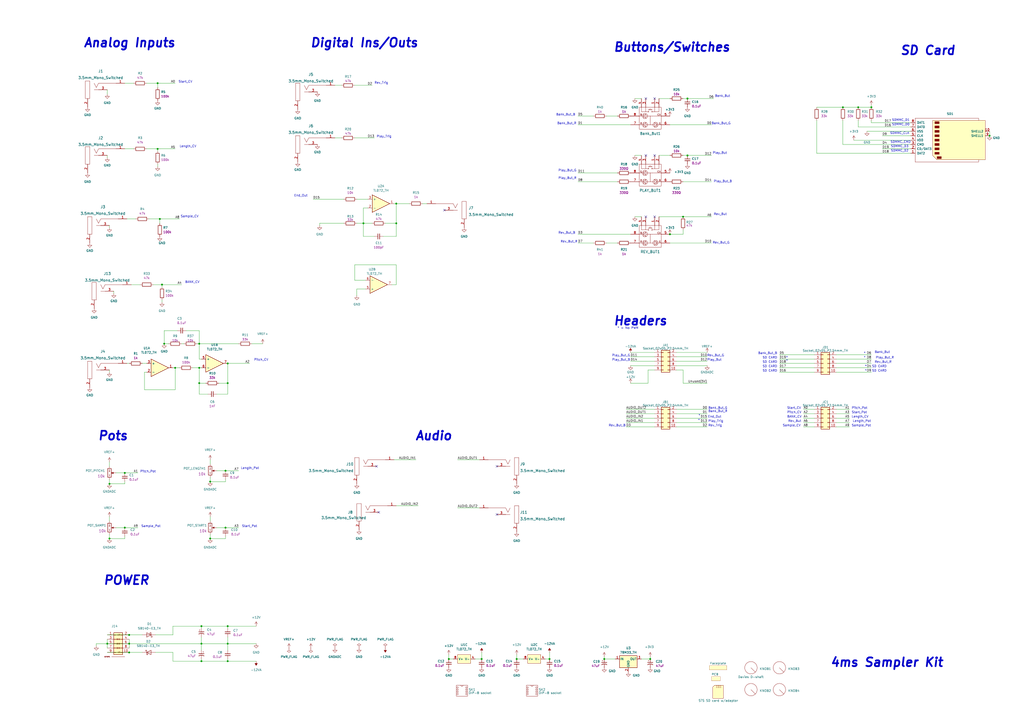
<source format=kicad_sch>
(kicad_sch (version 20230121) (generator eeschema)
  (paper "A2")
  (junction (at 116.84 373.38))
  (junction (at 121.92 279.4))
  (junction (at 63.5 280.67))
  (junction (at 92.71 127))
  (junction (at 388.62 135.89))
  (junction (at 91.44 86.36))
  (junction (at 229.87 118.11))
  (junction (at 398.78 90.17))
  (junction (at 115.57 199.39))
  (junction (at 210.82 129.54))
  (junction (at 488.95 62.23))
  (junction (at 74.93 378.46))
  (junction (at 350.52 382.27))
  (junction (at 63.5 312.42))
  (junction (at 74.93 373.38))
  (junction (at 116.84 363.22))
  (junction (at 93.98 165.1))
  (junction (at 62.23 373.38))
  (junction (at 377.19 382.27))
  (junction (at 130.81 273.05))
  (junction (at 72.39 306.07))
  (junction (at 396.24 125.73))
  (junction (at 132.08 210.82))
  (junction (at 299.72 382.27))
  (junction (at 132.08 373.38))
  (junction (at 121.92 312.42))
  (junction (at 574.04 78.74))
  (junction (at 132.08 222.25))
  (junction (at 130.81 306.07))
  (junction (at 279.4 382.27))
  (junction (at 260.35 382.27))
  (junction (at 318.77 382.27))
  (junction (at 91.44 48.26))
  (junction (at 132.08 383.54))
  (junction (at 115.57 222.25))
  (junction (at 132.08 363.22))
  (junction (at 101.6 213.36))
  (junction (at 72.39 274.32))
  (junction (at 74.93 368.3))
  (junction (at 497.84 62.23))
  (junction (at 116.84 383.54))
  (junction (at 229.87 129.54))
  (junction (at 95.25 199.39))
  (junction (at 505.46 62.23))
  (junction (at 115.57 213.36))
  (junction (at 398.78 57.15))
  (no_connect (at 288.29 270.51))
  (no_connect (at 374.65 57.15))
  (no_connect (at 379.73 90.17))
  (no_connect (at 218.44 270.51))
  (no_connect (at 379.73 57.15))
  (no_connect (at 257.81 121.92))
  (no_connect (at 379.73 125.73))
  (no_connect (at 288.29 298.45))
  (no_connect (at 374.65 125.73))
  (no_connect (at 374.65 90.17))
  (no_connect (at 219.71 297.18))
  (wire (pts (xy 132.08 373.38) (xy 132.08 377.19)))
  (wire (pts (xy 368.3 57.15) (xy 372.11 57.15)))
  (wire (pts (xy 72.39 86.36) (xy 77.47 86.36)))
  (wire (pts (xy 63.5 270.51) (xy 63.5 267.97)))
  (wire (pts (xy 72.39 312.42) (xy 72.39 311.15)))
  (wire (pts (xy 132.08 228.6) (xy 125.73 228.6)))
  (wire (pts (xy 265.43 294.64) (xy 278.13 294.64)))
  (wire (pts (xy 344.17 140.97) (xy 335.28 140.97)))
  (wire (pts (xy 485.14 215.9) (xy 505.46 215.9)))
  (wire (pts (xy 132.08 373.38) (xy 148.59 373.38)))
  (wire (pts (xy 90.17 378.46) (xy 100.33 378.46)))
  (wire (pts (xy 372.11 382.27) (xy 377.19 382.27)))
  (wire (pts (xy 279.4 378.46) (xy 279.4 382.27)))
  (wire (pts (xy 241.3 266.7) (xy 228.6 266.7)))
  (wire (pts (xy 67.31 274.32) (xy 72.39 274.32)))
  (wire (pts (xy 388.62 135.89) (xy 396.24 135.89)))
  (wire (pts (xy 223.52 129.54) (xy 229.87 129.54)))
  (wire (pts (xy 485.14 245.11) (xy 492.76 245.11)))
  (wire (pts (xy 485.14 240.03) (xy 492.76 240.03)))
  (wire (pts (xy 452.12 215.9) (xy 472.44 215.9)))
  (wire (pts (xy 63.5 299.72) (xy 63.5 302.26)))
  (wire (pts (xy 73.66 210.82) (xy 74.93 210.82)))
  (wire (pts (xy 392.43 247.65) (xy 410.21 247.65)))
  (wire (pts (xy 488.95 83.82) (xy 488.95 69.85)))
  (wire (pts (xy 392.43 242.57) (xy 410.21 242.57)))
  (wire (pts (xy 452.12 210.82) (xy 472.44 210.82)))
  (wire (pts (xy 205.74 49.53) (xy 215.9 49.53)))
  (wire (pts (xy 82.55 210.82) (xy 85.09 210.82)))
  (wire (pts (xy 93.98 165.1) (xy 93.98 166.37)))
  (wire (pts (xy 115.57 222.25) (xy 115.57 228.6)))
  (wire (pts (xy 116.84 373.38) (xy 116.84 377.19)))
  (wire (pts (xy 396.24 222.25) (xy 410.21 222.25)))
  (wire (pts (xy 132.08 222.25) (xy 132.08 228.6)))
  (wire (pts (xy 88.9 165.1) (xy 93.98 165.1)))
  (wire (pts (xy 388.62 72.39) (xy 412.75 72.39)))
  (wire (pts (xy 207.01 167.64) (xy 207.01 171.45)))
  (wire (pts (xy 392.43 212.09) (xy 410.21 212.09)))
  (wire (pts (xy 365.76 209.55) (xy 379.73 209.55)))
  (wire (pts (xy 205.74 80.01) (xy 217.17 80.01)))
  (wire (pts (xy 375.92 214.63) (xy 379.73 214.63)))
  (wire (pts (xy 125.73 273.05) (xy 130.81 273.05)))
  (wire (pts (xy 132.08 383.54) (xy 148.59 383.54)))
  (wire (pts (xy 115.57 199.39) (xy 115.57 208.28)))
  (wire (pts (xy 505.46 71.12) (xy 505.46 69.85)))
  (wire (pts (xy 76.2 165.1) (xy 81.28 165.1)))
  (wire (pts (xy 72.39 280.67) (xy 72.39 279.4)))
  (wire (pts (xy 111.76 213.36) (xy 115.57 213.36)))
  (wire (pts (xy 63.5 309.88) (xy 63.5 312.42)))
  (wire (pts (xy 392.43 237.49) (xy 410.21 237.49)))
  (wire (pts (xy 485.14 247.65) (xy 492.76 247.65)))
  (wire (pts (xy 83.82 226.06) (xy 101.6 226.06)))
  (wire (pts (xy 392.43 240.03) (xy 410.21 240.03)))
  (wire (pts (xy 63.5 214.63) (xy 63.5 215.9)))
  (wire (pts (xy 130.81 279.4) (xy 130.81 278.13)))
  (wire (pts (xy 121.92 309.88) (xy 121.92 312.42)))
  (wire (pts (xy 62.23 90.17) (xy 62.23 91.44)))
  (wire (pts (xy 92.71 127) (xy 92.71 129.54)))
  (wire (pts (xy 229.87 118.11) (xy 229.87 129.54)))
  (wire (pts (xy 528.32 76.2) (xy 502.92 76.2)))
  (wire (pts (xy 63.5 312.42) (xy 72.39 312.42)))
  (wire (pts (xy 67.31 306.07) (xy 72.39 306.07)))
  (wire (pts (xy 205.74 162.56) (xy 205.74 153.67)))
  (wire (pts (xy 382.27 125.73) (xy 396.24 125.73)))
  (wire (pts (xy 194.31 80.01) (xy 198.12 80.01)))
  (wire (pts (xy 66.04 168.91) (xy 66.04 170.18)))
  (wire (pts (xy 115.57 191.77) (xy 115.57 199.39)))
  (wire (pts (xy 132.08 210.82) (xy 132.08 222.25)))
  (wire (pts (xy 86.36 127) (xy 92.71 127)))
  (wire (pts (xy 368.3 125.73) (xy 372.11 125.73)))
  (wire (pts (xy 210.82 137.16) (xy 210.82 129.54)))
  (wire (pts (xy 217.17 137.16) (xy 210.82 137.16)))
  (wire (pts (xy 452.12 208.28) (xy 472.44 208.28)))
  (wire (pts (xy 74.93 373.38) (xy 116.84 373.38)))
  (wire (pts (xy 121.92 279.4) (xy 130.81 279.4)))
  (wire (pts (xy 335.28 67.31) (xy 344.17 67.31)))
  (wire (pts (xy 115.57 213.36) (xy 115.57 222.25)))
  (wire (pts (xy 115.57 208.28) (xy 116.84 208.28)))
  (wire (pts (xy 392.43 207.01) (xy 410.21 207.01)))
  (wire (pts (xy 95.25 199.39) (xy 97.79 199.39)))
  (wire (pts (xy 91.44 86.36) (xy 91.44 87.63)))
  (wire (pts (xy 452.12 205.74) (xy 472.44 205.74)))
  (wire (pts (xy 116.84 364.49) (xy 116.84 363.22)))
  (wire (pts (xy 335.28 135.89) (xy 365.76 135.89)))
  (wire (pts (xy 100.33 368.3) (xy 100.33 363.22)))
  (wire (pts (xy 398.78 57.15) (xy 414.02 57.15)))
  (wire (pts (xy 485.14 205.74) (xy 505.46 205.74)))
  (wire (pts (xy 130.81 306.07) (xy 138.43 306.07)))
  (wire (pts (xy 497.84 73.66) (xy 497.84 69.85)))
  (wire (pts (xy 396.24 214.63) (xy 396.24 222.25)))
  (wire (pts (xy 505.46 62.23) (xy 505.46 60.96)))
  (wire (pts (xy 72.39 306.07) (xy 80.01 306.07)))
  (wire (pts (xy 74.93 370.84) (xy 74.93 373.38)))
  (wire (pts (xy 392.43 245.11) (xy 410.21 245.11)))
  (wire (pts (xy 210.82 129.54) (xy 215.9 129.54)))
  (wire (pts (xy 210.82 120.65) (xy 210.82 129.54)))
  (wire (pts (xy 316.23 382.27) (xy 318.77 382.27)))
  (wire (pts (xy 528.32 86.36) (xy 511.81 86.36)))
  (wire (pts (xy 146.05 199.39) (xy 152.4 199.39)))
  (wire (pts (xy 229.87 165.1) (xy 227.33 165.1)))
  (wire (pts (xy 229.87 118.11) (xy 237.49 118.11)))
  (wire (pts (xy 194.31 49.53) (xy 198.12 49.53)))
  (wire (pts (xy 365.76 204.47) (xy 379.73 204.47)))
  (wire (pts (xy 55.88 373.38) (xy 62.23 373.38)))
  (wire (pts (xy 363.22 242.57) (xy 379.73 242.57)))
  (wire (pts (xy 485.14 213.36) (xy 505.46 213.36)))
  (wire (pts (xy 363.22 247.65) (xy 379.73 247.65)))
  (wire (pts (xy 488.95 62.23) (xy 497.84 62.23)))
  (wire (pts (xy 91.44 86.36) (xy 101.6 86.36)))
  (wire (pts (xy 73.66 127) (xy 78.74 127)))
  (wire (pts (xy 115.57 228.6) (xy 120.65 228.6)))
  (wire (pts (xy 121.92 269.24) (xy 121.92 266.7)))
  (wire (pts (xy 95.25 191.77) (xy 95.25 199.39)))
  (wire (pts (xy 205.74 153.67) (xy 229.87 153.67)))
  (wire (pts (xy 85.09 215.9) (xy 83.82 215.9)))
  (wire (pts (xy 335.28 72.39) (xy 365.76 72.39)))
  (wire (pts (xy 245.11 118.11) (xy 247.65 118.11)))
  (wire (pts (xy 396.24 125.73) (xy 412.75 125.73)))
  (wire (pts (xy 185.42 129.54) (xy 199.39 129.54)))
  (wire (pts (xy 396.24 133.35) (xy 396.24 135.89)))
  (wire (pts (xy 93.98 173.99) (xy 93.98 175.26)))
  (wire (pts (xy 242.57 293.37) (xy 229.87 293.37)))
  (wire (pts (xy 528.32 71.12) (xy 505.46 71.12)))
  (wire (pts (xy 100.33 363.22) (xy 116.84 363.22)))
  (wire (pts (xy 74.93 368.3) (xy 82.55 368.3)))
  (wire (pts (xy 72.39 48.26) (xy 77.47 48.26)))
  (wire (pts (xy 358.14 140.97) (xy 351.79 140.97)))
  (wire (pts (xy 62.23 368.3) (xy 74.93 368.3)))
  (wire (pts (xy 466.09 242.57) (xy 472.44 242.57)))
  (wire (pts (xy 91.44 48.26) (xy 91.44 50.8)))
  (wire (pts (xy 396.24 90.17) (xy 398.78 90.17)))
  (wire (pts (xy 365.76 212.09) (xy 379.73 212.09)))
  (wire (pts (xy 100.33 378.46) (xy 100.33 383.54)))
  (wire (pts (xy 148.59 363.22) (xy 132.08 363.22)))
  (wire (pts (xy 95.25 191.77) (xy 102.87 191.77)))
  (wire (pts (xy 132.08 364.49) (xy 132.08 363.22)))
  (wire (pts (xy 485.14 208.28) (xy 505.46 208.28)))
  (wire (pts (xy 363.22 245.11) (xy 379.73 245.11)))
  (wire (pts (xy 528.32 83.82) (xy 488.95 83.82)))
  (wire (pts (xy 125.73 306.07) (xy 130.81 306.07)))
  (wire (pts (xy 63.5 130.81) (xy 63.5 132.08)))
  (wire (pts (xy 265.43 266.7) (xy 278.13 266.7)))
  (wire (pts (xy 528.32 81.28) (xy 495.3 81.28)))
  (wire (pts (xy 398.78 90.17) (xy 412.75 90.17)))
  (wire (pts (xy 100.33 213.36) (xy 101.6 213.36)))
  (wire (pts (xy 116.84 373.38) (xy 132.08 373.38)))
  (wire (pts (xy 228.6 118.11) (xy 229.87 118.11)))
  (wire (pts (xy 127 222.25) (xy 132.08 222.25)))
  (wire (pts (xy 115.57 213.36) (xy 116.84 213.36)))
  (wire (pts (xy 388.62 140.97) (xy 412.75 140.97)))
  (wire (pts (xy 410.21 209.55) (xy 392.43 209.55)))
  (wire (pts (xy 368.3 90.17) (xy 372.11 90.17)))
  (wire (pts (xy 365.76 207.01) (xy 379.73 207.01)))
  (wire (pts (xy 62.23 52.07) (xy 62.23 54.61)))
  (wire (pts (xy 229.87 153.67) (xy 229.87 165.1)))
  (wire (pts (xy 92.71 127) (xy 104.14 127)))
  (wire (pts (xy 130.81 312.42) (xy 130.81 311.15)))
  (wire (pts (xy 365.76 222.25) (xy 375.92 222.25)))
  (wire (pts (xy 121.92 312.42) (xy 130.81 312.42)))
  (wire (pts (xy 115.57 191.77) (xy 107.95 191.77)))
  (wire (pts (xy 528.32 73.66) (xy 497.84 73.66)))
  (wire (pts (xy 116.84 383.54) (xy 132.08 383.54)))
  (wire (pts (xy 358.14 67.31) (xy 351.79 67.31)))
  (wire (pts (xy 350.52 382.27) (xy 356.87 382.27)))
  (wire (pts (xy 473.71 62.23) (xy 488.95 62.23)))
  (wire (pts (xy 62.23 373.38) (xy 62.23 375.92)))
  (wire (pts (xy 213.36 120.65) (xy 210.82 120.65)))
  (wire (pts (xy 114.3 199.39) (xy 115.57 199.39)))
  (wire (pts (xy 116.84 382.27) (xy 116.84 383.54)))
  (wire (pts (xy 222.25 137.16) (xy 229.87 137.16)))
  (wire (pts (xy 181.61 115.57) (xy 199.39 115.57)))
  (wire (pts (xy 132.08 210.82) (xy 144.78 210.82)))
  (wire (pts (xy 83.82 215.9) (xy 83.82 226.06)))
  (wire (pts (xy 130.81 273.05) (xy 138.43 273.05)))
  (wire (pts (xy 382.27 57.15) (xy 388.62 57.15)))
  (wire (pts (xy 299.72 379.73) (xy 299.72 382.27)))
  (wire (pts (xy 74.93 373.38) (xy 74.93 375.92)))
  (wire (pts (xy 207.01 129.54) (xy 210.82 129.54)))
  (wire (pts (xy 466.09 237.49) (xy 472.44 237.49)))
  (wire (pts (xy 485.14 210.82) (xy 505.46 210.82)))
  (wire (pts (xy 121.92 299.72) (xy 121.92 302.26)))
  (wire (pts (xy 62.23 373.38) (xy 74.93 373.38)))
  (wire (pts (xy 116.84 369.57) (xy 116.84 373.38)))
  (wire (pts (xy 497.84 62.23) (xy 505.46 62.23)))
  (wire (pts (xy 466.09 245.11) (xy 472.44 245.11)))
  (wire (pts (xy 105.41 199.39) (xy 106.68 199.39)))
  (wire (pts (xy 101.6 226.06) (xy 101.6 213.36)))
  (wire (pts (xy 116.84 363.22) (xy 132.08 363.22)))
  (wire (pts (xy 90.17 368.3) (xy 100.33 368.3)))
  (wire (pts (xy 363.22 240.03) (xy 379.73 240.03)))
  (wire (pts (xy 377.19 381) (xy 377.19 382.27)))
  (wire (pts (xy 485.14 237.49) (xy 492.76 237.49)))
  (wire (pts (xy 318.77 378.46) (xy 318.77 382.27)))
  (wire (pts (xy 63.5 280.67) (xy 72.39 280.67)))
  (wire (pts (xy 350.52 381) (xy 350.52 382.27)))
  (wire (pts (xy 85.09 86.36) (xy 91.44 86.36)))
  (wire (pts (xy 466.09 247.65) (xy 472.44 247.65)))
  (wire (pts (xy 100.33 383.54) (xy 116.84 383.54)))
  (wire (pts (xy 62.23 378.46) (xy 74.93 378.46)))
  (wire (pts (xy 85.09 48.26) (xy 91.44 48.26)))
  (wire (pts (xy 132.08 369.57) (xy 132.08 373.38)))
  (wire (pts (xy 212.09 167.64) (xy 207.01 167.64)))
  (wire (pts (xy 485.14 242.57) (xy 492.76 242.57)))
  (wire (pts (xy 72.39 274.32) (xy 80.01 274.32)))
  (wire (pts (xy 466.09 240.03) (xy 472.44 240.03)))
  (wire (pts (xy 91.44 95.25) (xy 91.44 96.52)))
  (wire (pts (xy 207.01 115.57) (xy 213.36 115.57)))
  (wire (pts (xy 121.92 276.86) (xy 121.92 279.4)))
  (wire (pts (xy 335.28 105.41) (xy 358.14 105.41)))
  (wire (pts (xy 101.6 213.36) (xy 104.14 213.36)))
  (wire (pts (xy 212.09 162.56) (xy 205.74 162.56)))
  (wire (pts (xy 382.27 90.17) (xy 388.62 90.17)))
  (wire (pts (xy 260.35 382.27) (xy 262.89 382.27)))
  (wire (pts (xy 375.92 222.25) (xy 375.92 214.63)))
  (wire (pts (xy 62.23 370.84) (xy 62.23 373.38)))
  (wire (pts (xy 299.72 382.27) (xy 303.53 382.27)))
  (wire (pts (xy 392.43 204.47) (xy 410.21 204.47)))
  (wire (pts (xy 74.93 378.46) (xy 82.55 378.46)))
  (wire (pts (xy 55.88 374.65) (xy 55.88 373.38)))
  (wire (pts (xy 132.08 382.27) (xy 132.08 383.54)))
  (wire (pts (xy 275.59 382.27) (xy 279.4 382.27)))
  (wire (pts (xy 335.28 100.33) (xy 358.14 100.33)))
  (wire (pts (xy 473.71 88.9) (xy 473.71 69.85)))
  (wire (pts (xy 363.22 237.49) (xy 379.73 237.49)))
  (wire (pts (xy 392.43 214.63) (xy 396.24 214.63)))
  (wire (pts (xy 574.04 78.74) (xy 574.04 76.2)))
  (wire (pts (xy 396.24 57.15) (xy 398.78 57.15)))
  (wire (pts (xy 115.57 222.25) (xy 119.38 222.25)))
  (wire (pts (xy 63.5 278.13) (xy 63.5 280.67)))
  (wire (pts (xy 115.57 199.39) (xy 138.43 199.39)))
  (wire (pts (xy 528.32 78.74) (xy 511.81 78.74)))
  (wire (pts (xy 260.35 379.73) (xy 260.35 382.27)))
  (wire (pts (xy 185.42 129.54) (xy 185.42 130.81)))
  (wire (pts (xy 452.12 213.36) (xy 472.44 213.36)))
  (wire (pts (xy 396.24 105.41) (xy 412.75 105.41)))
  (wire (pts (xy 528.32 88.9) (xy 473.71 88.9)))
  (wire (pts (xy 91.44 48.26) (xy 101.6 48.26)))
  (wire (pts (xy 93.98 165.1) (xy 105.41 165.1)))
  (wire (pts (xy 229.87 129.54) (xy 229.87 137.16)))
  (text "Rev_Trig" (at 217.17 48.895 0) (effects (font (size 1.27 1.27)) (justify left bottom)))
  (text "SD CARD" (at 514.35 213.36 0) (effects (font (size 1.27 1.27)) (justify right bottom)))
  (text "Play_But_B" (at 354.965 209.55 0) (effects (font (size 1.27 1.27)) (justify left bottom)))
  (text "Play_Trig" (at 218.44 80.01 0) (effects (font (size 1.27 1.27)) (justify left bottom)))
  (text "Rev_But_R" (at 325.12 140.97 0) (effects (font (size 1.27 1.27)) (justify left bottom)))
  (text "SD CARD" (at 450.85 213.36 0) (effects (font (size 1.27 1.27)) (justify right bottom)))
  (text "SDMMC_CMD" (at 528.32 83.185 0) (effects (font (size 1.27 1.27)) (justify right bottom)))
  (text "Play_But_B" (at 414.02 106.045 0) (effects (font (size 1.27 1.27)) (justify left bottom)))
  (text "Bank_But" (at 414.655 56.515 0) (effects (font (size 1.27 1.27)) (justify left bottom)))
  (text "Bank_But_R" (at 410.845 239.395 0) (effects (font (size 1.27 1.27)) (justify left bottom)))
  (text "Rev_But_B" (at 323.85 135.89 0) (effects (font (size 1.27 1.27)) (justify left bottom)))
  (text "Sample_Pot" (at 81.915 306.07 0) (effects (font (size 1.27 1.27)) (justify left bottom)))
  (text "Play_But_G" (at 323.85 99.695 0) (effects (font (size 1.27 1.27)) (justify left bottom)))
  (text "*" (at 501.015 208.28 0) (effects (font (size 1.27 1.27)) (justify left bottom)))
  (text "Bank_But_G" (at 412.75 72.39 0) (effects (font (size 1.27 1.27)) (justify left bottom)))
  (text "Length_CV" (at 494.03 242.57 0) (effects (font (size 1.27 1.27)) (justify left bottom)))
  (text "Rev_Trig" (at 410.845 247.65 0) (effects (font (size 1.27 1.27)) (justify left bottom)))
  (text "Headers" (at 355.6 189.23 0) (effects (font (size 5.08 5.08) (thickness 1.016) bold italic) (justify left bottom)))
  (text "Digital Ins/Outs" (at 179.705 27.94 0) (effects (font (size 5.08 5.08) (thickness 1.016) bold italic) (justify left bottom)))
  (text "Play_But_R" (at 508 208.28 0) (effects (font (size 1.27 1.27)) (justify left bottom)))
  (text "Rev_But_G" (at 413.385 141.605 0) (effects (font (size 1.27 1.27)) (justify left bottom)))
  (text "Bank_But_G" (at 410.845 237.49 0) (effects (font (size 1.27 1.27)) (justify left bottom)))
  (text "*" (at 405.13 241.935 0) (effects (font (size 1.27 1.27)) (justify left bottom)))
  (text "Start_Pot" (at 494.03 240.03 0) (effects (font (size 1.27 1.27)) (justify left bottom)))
  (text "Start_CV" (at 456.565 237.49 0) (effects (font (size 1.27 1.27)) (justify left bottom)))
  (text "Pitch_CV" (at 456.565 240.03 0) (effects (font (size 1.27 1.27)) (justify left bottom)))
  (text "SDMMC_D2" (at 527.05 88.265 0) (effects (font (size 1.27 1.27)) (justify right bottom)))
  (text "SDMMC_D0" (at 527.685 73.025 0) (effects (font (size 1.27 1.27)) (justify right bottom)))
  (text "Length_Pot" (at 494.665 245.11 0) (effects (font (size 1.27 1.27)) (justify left bottom)))
  (text "Play_But_R" (at 323.85 104.14 0) (effects (font (size 1.27 1.27)) (justify left bottom)))
  (text "Audio" (at 240.665 255.905 0) (effects (font (size 5.08 5.08) (thickness 1.016) bold italic) (justify left bottom)))
  (text "Rev_But" (at 414.02 125.095 0) (effects (font (size 1.27 1.27)) (justify left bottom)))
  (text "Analog Inputs" (at 48.26 27.94 0) (effects (font (size 5.08 5.08) (thickness 1.016) bold italic) (justify left bottom)))
  (text "SD Card" (at 521.97 32.385 0) (effects (font (size 5.08 5.08) (thickness 1.016) bold italic) (justify left bottom)))
  (text "Rev_But" (at 457.2 245.11 0) (effects (font (size 1.27 1.27)) (justify left bottom)))
  (text "*" (at 501.65 213.36 0) (effects (font (size 1.27 1.27)) (justify left bottom)))
  (text "SDMMC_D1" (at 527.685 70.485 0) (effects (font (size 1.27 1.27)) (justify right bottom)))
  (text "Buttons/Switches" (at 355.6 30.48 0) (effects (font (size 5.08 5.08) (thickness 1.016) bold italic) (justify left bottom)))
  (text "Pitch_Pot" (at 494.03 237.49 0) (effects (font (size 1.27 1.27)) (justify left bottom)))
  (text "Sample_Pot" (at 494.03 247.65 0) (effects (font (size 1.27 1.27)) (justify left bottom)))
  (text "Play_But" (at 410.21 209.55 0) (effects (font (size 1.27 1.27)) (justify left bottom)))
  (text "Start_Pot" (at 140.335 306.07 0) (effects (font (size 1.27 1.27)) (justify left bottom)))
  (text "*" (at 501.015 205.74 0) (effects (font (size 1.27 1.27)) (justify left bottom)))
  (text "Start_CV" (at 103.505 48.26 0) (effects (font (size 1.27 1.27)) (justify left bottom)))
  (text "Play_Trig" (at 410.845 245.11 0) (effects (font (size 1.27 1.27)) (justify left bottom)))
  (text "*" (at 455.93 208.28 0) (effects (font (size 1.27 1.27)) (justify left bottom)))
  (text "Rev_But_G" (at 410.21 207.01 0) (effects (font (size 1.27 1.27)) (justify left bottom)))
  (text "SD CARD" (at 514.35 215.9 0) (effects (font (size 1.27 1.27)) (justify right bottom)))
  (text "*" (at 455.93 210.185 0) (effects (font (size 1.27 1.27)) (justify left bottom)))
  (text "BANK_CV" (at 456.565 242.57 0) (effects (font (size 1.27 1.27)) (justify left bottom)))
  (text "Sample_CV" (at 104.775 126.365 0) (effects (font (size 1.27 1.27)) (justify left bottom)))
  (text "Bank_But_B" (at 322.58 67.31 0) (effects (font (size 1.27 1.27)) (justify left bottom)))
  (text "SD CARD" (at 450.85 208.28 0) (effects (font (size 1.27 1.27)) (justify right bottom)))
  (text "Play_But_G" (at 354.965 207.01 0) (effects (font (size 1.27 1.27)) (justify left bottom)))
  (text "Pitch_CV" (at 147.32 209.55 0) (effects (font (size 1.27 1.27)) (justify left bottom)))
  (text "*" (at 501.65 215.9 0) (effects (font (size 1.27 1.27)) (justify left bottom)))
  (text "Pots" (at 56.515 255.905 0) (effects (font (size 5.08 5.08) (thickness 1.016) bold italic) (justify left bottom)))
  (text "Rev_But_B" (at 353.06 247.65 0) (effects (font (size 1.27 1.27)) (justify left bottom)))
  (text "SDMMC_CLK" (at 527.685 78.105 0) (effects (font (size 1.27 1.27)) (justify right bottom)))
  (text "Rev_But_R" (at 507.365 210.82 0) (effects (font (size 1.27 1.27)) (justify left bottom)))
  (text "*" (at 404.8824 244.6801 0) (effects (font (size 1.27 1.27)) (justify left bottom)))
  (text "End_Out" (at 418.465 242.57 0) (effects (font (size 1.27 1.27)) (justify right bottom)))
  (text "4ms Sampler Kit" (at 481.33 387.35 0) (effects (font (size 5.08 5.08) (thickness 1.016) bold italic) (justify left bottom)))
  (text "Bank_But" (at 507.365 205.105 0) (effects (font (size 1.27 1.27)) (justify left bottom)))
  (text "* = No PWM" (at 358.14 191.135 0) (effects (font (size 1.27 1.27)) (justify left bottom)))
  (text "Pitch_Pot" (at 81.28 274.32 0) (effects (font (size 1.27 1.27)) (justify left bottom)))
  (text "SDMMC_D3" (at 527.05 85.725 0) (effects (font (size 1.27 1.27)) (justify right bottom)))
  (text "POWER" (at 59.69 339.725 0) (effects (font (size 5.08 5.08) (thickness 1.016) bold italic) (justify left bottom)))
  (text "End_Out" (at 178.435 114.3 0) (effects (font (size 1.27 1.27)) (justify right bottom)))
  (text "SD CARD" (at 450.85 210.82 0) (effects (font (size 1.27 1.27)) (justify right bottom)))
  (text "Bank_But_B" (at 450.85 205.74 0) (effects (font (size 1.27 1.27)) (justify right bottom)))
  (text "Length_Pot" (at 139.7 272.415 0) (effects (font (size 1.27 1.27)) (justify left bottom)))
  (text "Sample_CV" (at 454.025 247.65 0) (effects (font (size 1.27 1.27)) (justify left bottom)))
  (text "Play_But" (at 413.385 89.535 0) (effects (font (size 1.27 1.27)) (justify left bottom)))
  (text "Length_CV" (at 104.14 85.725 0) (effects (font (size 1.27 1.27)) (justify left bottom)))
  (text "SD CARD" (at 450.85 215.9 0) (effects (font (size 1.27 1.27)) (justify right bottom)))
  (text "Bank_But_R" (at 323.215 72.39 0) (effects (font (size 1.27 1.27)) (justify left bottom)))
  (text "BANK_CV" (at 107.315 164.465 0) (effects (font (size 1.27 1.27)) (justify left bottom)))
  (label "D17" (at 452.12 213.36 0))
  (label "D7" (at 505.46 210.82 180))
  (label "D14" (at 365.76 209.55 0))
  (label "D12" (at 410.21 209.55 180))
  (label "A5" (at 492.76 242.57 180))
  (label "A2" (at 144.78 210.82 180))
  (label "D19" (at 452.12 208.28 0))
  (label "D11" (at 335.28 100.33 0))
  (label "A4" (at 105.41 165.1 180))
  (label "A6" (at 466.09 245.11 0))
  (label "D18" (at 452.12 210.82 0))
  (label "D3" (at 335.28 135.89 0))
  (label "A1" (at 492.76 237.49 180))
  (label "D13" (at 410.21 245.11 180))
  (label "D10" (at 410.21 207.01 180))
  (label "A1" (at 80.01 274.32 180))
  (label "AUDIO_IN1" (at 363.22 245.11 0))
  (label "A8" (at 466.09 247.65 0))
  (label "D3" (at 363.22 247.65 0))
  (label "D10" (at 412.75 140.97 180))
  (label "A7" (at 138.43 273.05 180))
  (label "D15" (at 181.61 115.57 0))
  (label "D0" (at 412.75 72.39 180))
  (label "D18" (at 511.81 88.9 0))
  (label "D16" (at 513.08 73.66 0))
  (label "A0" (at 466.09 237.49 0))
  (label "D1" (at 335.28 72.39 0))
  (label "D2" (at 410.21 247.65 180))
  (label "AUDIO_IN1" (at 241.3 266.7 180))
  (label "D6" (at 505.46 205.74 180))
  (label "A3" (at 138.43 306.07 180))
  (label "D1" (at 410.21 240.03 180))
  (label "AUDIO_OUT1" (at 265.43 266.7 0))
  (label "D4" (at 505.46 213.36 180))
  (label "D0" (at 410.21 237.49 180))
  (label "A9" (at 80.01 306.07 180))
  (label "D2" (at 215.9 49.53 180))
  (label "D5" (at 335.28 67.31 0))
  (label "D6" (at 414.02 57.15 180))
  (label "AUDIO_OUT1" (at 363.22 240.03 0))
  (label "D14" (at 412.75 105.41 180))
  (label "D11" (at 365.76 207.01 0))
  (label "D5" (at 452.12 205.74 0))
  (label "A7" (at 492.76 245.11 180))
  (label "AUDIO_OUT2" (at 265.43 294.64 0))
  (label "A3" (at 492.76 240.03 180))
  (label "D19" (at 511.81 86.36 0))
  (label "A6" (at 412.75 125.73 180))
  (label "A4" (at 466.09 242.57 0))
  (label "D7" (at 335.28 140.97 0))
  (label "A9" (at 492.76 247.65 180))
  (label "A8" (at 104.14 127 180))
  (label "D12" (at 412.75 90.17 180))
  (label "D4" (at 511.81 83.82 0))
  (label "D9" (at 511.81 78.74 0))
  (label "Unused(5V)" (at 410.21 222.25 180))
  (label "D17" (at 513.08 71.12 0))
  (label "D16" (at 452.12 215.9 0))
  (label "AUDIO_IN2" (at 363.22 242.57 0))
  (label "A5" (at 101.6 86.36 180))
  (label "AUDIO_OUT2" (at 363.22 237.49 0))
  (label "A0" (at 101.6 48.26 180))
  (label "A2" (at 466.09 240.03 0))
  (label "D13" (at 217.17 80.01 180))
  (label "AUDIO_IN2" (at 242.57 293.37 180))
  (label "D8" (at 335.28 105.41 0))
  (label "D8" (at 505.46 208.28 180))
  (label "D9" (at 505.46 215.9 180))
  (label "D15" (at 410.21 242.57 180))
  (symbol (lib_id "4ms_Power-symbol:GND") (at 368.3 57.15 0) (unit 1)
    (property "Reference" "#PWR049" (effects hide))
    (property "Value" "GND" (at 368.3 62.23 0))
  )
  (symbol (lib_id "power:GND") (at 208.28 375.92 0) (unit 1)
    (property "Reference" "#PWR036" (effects hide))
    (property "Value" "GND" (at 208.28 381 0))
  )
  (symbol (lib_id "4ms_Connector:Socket_DIP8") (at 308.61 400.05 0) (unit 1) (on_board no)
    (property "Reference" "SK2" (at 312.5008 400.0413 0) (effects (justify left)))
    (property "Value" "DIP-8 socket" (at 312.5008 401.9623 0) (effects (justify left)))
    (property "Datasheet" "https://www.mouser.com/datasheet/2/418/7/ENG_CD_2199298_A_baseFilename-2029520.pdf" (effects hide))
    (property "Manufacturer" "TE Connectivity" (effects hide))
    (property "Part Number" "1-2199298-2" (effects hide))
    (property "Specifications" "DIP-8 Socket, 2.54mm Pitch, 7.62mm Rows" (effects hide))
    (property "Production Stage" "B" (effects hide))
  )
  (symbol (lib_id "4ms_Capacitor:0.1uF_Disc_TH") (at 72.39 276.86 0) (unit 1)
    (property "Reference" "C1" (at 74.93 275.5962 0) (effects (justify left)))
    (property "Value" "0.1uF_Disc_TH" (effects hide))
    (property "Footprint" "4ms_Capacitor:C_Disc_P2.54mm" (effects hide))
    (property "Display" "0.1uF" (at 74.93 278.1362 0) (effects (justify left)))
    (property "Manufacturer" "Vishay" (effects hide))
    (property "Part Number" "K104Z15Y5VF53L2" (effects hide))
    (property "Specifications" "MLCC, Leaded, Min 25V, Y5V, Lead Spacing 2.5mm, Body approx 4x4mm" (effects hide))
    (property "Production Stage" "B" (effects hide))
  )
  (symbol (lib_id "4ms_Resistor_TH:10k_TH0.125") (at 101.6 199.39 90) (unit 1)
    (property "Reference" "R9" (at 101.6 194.945 90))
    (property "Value" "10k_TH0.125" (effects hide))
    (property "Footprint" "4ms_Resistor:R_Axial_DIN0207_L6.3mm_D2.5mm_P7.62mm_Horizontal" (effects hide))
    (property "Specifications" "10k, 5%, 1/8W, TH0.125" (effects hide))
    (property "Manufacturer" "Xicon" (effects hide))
    (property "Part Number" "299-10k-RC" (effects hide))
    (property "Display" "10k" (at 101.6 197.485 90))
    (property "Production Stage" "B" (effects hide))
  )
  (symbol (lib_id "4ms_Power-symbol:+3.3V") (at 377.19 381 0) (unit 1)
    (property "Reference" "#PWR0102" (effects hide))
    (property "Value" "+3.3V" (at 374.015 375.285 0) (effects (justify left)))
  )
  (symbol (lib_id "4ms_Resistor_TH:47k_TH0.125") (at 81.28 48.26 90) (unit 1)
    (property "Reference" "R2" (at 81.28 42.545 90))
    (property "Value" "47k_TH0.125" (effects hide))
    (property "Footprint" "4ms_Resistor:R_Axial_DIN0207_L6.3mm_D2.5mm_P7.62mm_Horizontal" (effects hide))
    (property "Specifications" "47k, 5%, 1/8W, TH0.125" (effects hide))
    (property "Manufacturer" "Xicon" (effects hide))
    (property "Part Number" "299-47k-RC" (effects hide))
    (property "Display" "47k" (at 81.28 45.085 90))
    (property "Production Stage" "B" (effects hide))
  )
  (symbol (lib_id "4ms_Resistor_TH:33k_TH0.125") (at 142.24 199.39 90) (unit 1)
    (property "Reference" "R11" (at 142.24 194.31 90))
    (property "Value" "33k_TH0.125" (effects hide))
    (property "Footprint" "4ms_Resistor:R_Axial_DIN0207_L6.3mm_D2.5mm_P7.62mm_Horizontal" (effects hide))
    (property "Specifications" "33k, 5%, 1/8W, TH0.125" (effects hide))
    (property "Manufacturer" "Xicon" (effects hide))
    (property "Part Number" "299-33k-RC" (effects hide))
    (property "Display" "33k" (at 142.24 196.85 90))
    (property "Production Stage" "B" (effects hide))
  )
  (symbol (lib_id "4ms_Power-symbol:GNDADC") (at 194.31 375.92 0) (unit 1)
    (property "Reference" "#PWR032" (effects hide))
    (property "Value" "GNDADC" (at 194.31 381 0))
  )
  (symbol (lib_id "4ms_Power-symbol:GND") (at 184.15 83.82 0) (unit 1)
    (property "Reference" "#PWR031" (effects hide))
    (property "Value" "GND" (at 184.15 88.265 0))
  )
  (symbol (lib_id "4ms_Resistor_TH:1k_TH0.125") (at 241.3 118.11 90) (unit 1)
    (property "Reference" "R15" (at 241.3 111.76 90))
    (property "Value" "1k_TH0.125" (effects hide))
    (property "Footprint" "4ms_Resistor:R_Axial_DIN0207_L6.3mm_D2.5mm_P7.62mm_Horizontal" (effects hide))
    (property "Specifications" "1k, 5%, 1/8W, TH0.125" (effects hide))
    (property "Manufacturer" "Xicon" (effects hide))
    (property "Part Number" "299-1k-RC" (effects hide))
    (property "Display" "1k" (at 241.3 114.3 90))
    (property "Production Stage" "B" (effects hide))
  )
  (symbol (lib_id "4ms_Power-symbol:GNDADC") (at 63.5 280.67 0) (unit 1)
    (property "Reference" "#PWR011" (effects hide))
    (property "Value" "GNDADC" (at 63.5 285.115 0))
  )
  (symbol (lib_id "4ms_Capacitor:0.1uF_Disc_TH") (at 130.81 308.61 0) (unit 1)
    (property "Reference" "C10" (at 133.985 307.3462 0) (effects (justify left)))
    (property "Value" "0.1uF_Disc_TH" (effects hide))
    (property "Footprint" "4ms_Capacitor:C_Disc_P2.54mm" (effects hide))
    (property "Display" "0.1uF" (at 133.985 309.8862 0) (effects (justify left)))
    (property "Manufacturer" "Vishay" (effects hide))
    (property "Part Number" "K104Z15Y5VF53L2" (effects hide))
    (property "Specifications" "MLCC, Leaded, Min 25V, Y5V, Lead Spacing 2.5mm, Body approx 4x4mm" (effects hide))
    (property "Production Stage" "B" (effects hide))
  )
  (symbol (lib_id "4ms_Power-symbol:GNDADC") (at 121.92 312.42 0) (unit 1)
    (property "Reference" "#PWR021" (effects hide))
    (property "Value" "GNDADC" (at 121.92 317.5 0))
  )
  (symbol (lib_id "4ms_Power-symbol:GND") (at 184.15 53.34 0) (unit 1)
    (property "Reference" "#PWR030" (effects hide))
    (property "Value" "GND" (at 184.15 58.42 0))
  )
  (symbol (lib_id "4ms_Power-symbol:GND") (at 50.8 100.33 0) (unit 1)
    (property "Reference" "#PWR02" (effects hide))
    (property "Value" "GND" (at 50.8 105.41 0))
  )
  (symbol (lib_id "4ms_Power-symbol:+12V") (at 148.59 363.22 0) (unit 1)
    (property "Reference" "#PWR023" (effects hide))
    (property "Value" "+12V" (at 148.59 358.14 0))
  )
  (symbol (lib_id "4ms_Resistor_TH:47k_TH0.125") (at 81.28 86.36 90) (unit 1)
    (property "Reference" "R3" (at 81.28 80.01 90))
    (property "Value" "47k_TH0.125" (effects hide))
    (property "Footprint" "4ms_Resistor:R_Axial_DIN0207_L6.3mm_D2.5mm_P7.62mm_Horizontal" (effects hide))
    (property "Specifications" "47k, 5%, 1/8W, TH0.125" (effects hide))
    (property "Manufacturer" "Xicon" (effects hide))
    (property "Part Number" "299-47k-RC" (effects hide))
    (property "Display" "47k" (at 81.28 82.55 90))
    (property "Production Stage" "B" (effects hide))
  )
  (symbol (lib_id "4ms_Resistor_TH:33k_TH0.125") (at 203.2 129.54 90) (unit 1)
    (property "Reference" "R13" (at 203.2 125.5141 90))
    (property "Value" "33k_TH0.125" (effects hide))
    (property "Footprint" "4ms_Resistor:R_Axial_DIN0207_L6.3mm_D2.5mm_P7.62mm_Horizontal" (effects hide))
    (property "Specifications" "33k, 5%, 1/8W, TH0.125" (effects hide))
    (property "Manufacturer" "Xicon" (effects hide))
    (property "Part Number" "299-33k-RC" (effects hide))
    (property "Display" "33k" (at 203.2 127.4351 90))
    (property "Production Stage" "B" (effects hide))
  )
  (symbol (lib_id "4ms_Resistor_TH:10k_TH0.125") (at 110.49 199.39 90) (unit 1)
    (property "Reference" "R37" (at 110.49 194.945 90))
    (property "Value" "10k_TH0.125" (effects hide))
    (property "Footprint" "4ms_Resistor:R_Axial_DIN0207_L6.3mm_D2.5mm_P7.62mm_Horizontal" (effects hide))
    (property "Specifications" "10k, 5%, 1/8W, TH0.125" (effects hide))
    (property "Manufacturer" "Xicon" (effects hide))
    (property "Part Number" "299-10k-RC" (effects hide))
    (property "Display" "10k" (at 110.49 197.485 90))
    (property "Production Stage" "B" (effects hide))
  )
  (symbol (lib_id "power:GND") (at 269.24 132.08 0) (unit 1)
    (property "Reference" "#PWR040" (effects hide))
    (property "Value" "GND" (at 269.24 137.16 0))
  )
  (symbol (lib_id "4ms_Power-symbol:GND") (at 91.44 58.42 0) (unit 1)
    (property "Reference" "#PWR014" (effects hide))
    (property "Value" "GND" (at 91.44 62.865 0))
  )
  (symbol (lib_id "4ms_Capacitor:0.1uF_Disc_TH") (at 318.77 384.81 0) (unit 1)
    (property "Reference" "C15" (at 321.31 383.5462 0) (effects (justify left)))
    (property "Value" "0.1uF_Disc_TH" (effects hide))
    (property "Footprint" "4ms_Capacitor:C_Disc_P2.54mm" (effects hide))
    (property "Display" "0.1uF" (at 321.31 386.0862 0) (effects (justify left)))
    (property "Manufacturer" "Vishay" (effects hide))
    (property "Part Number" "K104Z15Y5VF53L2" (effects hide))
    (property "Specifications" "MLCC, Leaded, Min 25V, Y5V, Lead Spacing 2.5mm, Body approx 4x4mm" (effects hide))
    (property "Production Stage" "B" (effects hide))
  )
  (symbol (lib_id "4ms_Power-symbol:GND") (at 279.4 387.35 0) (unit 1)
    (property "Reference" "#PWR042" (effects hide))
    (property "Value" "GND" (at 279.4 391.795 0))
  )
  (symbol (lib_id "4ms_Power-symbol:GND") (at 398.78 95.25 0) (unit 1)
    (property "Reference" "#PWR059" (effects hide))
    (property "Value" "GND" (at 398.78 100.33 0))
  )
  (symbol (lib_id "power:GND") (at 365.76 212.09 0) (unit 1)
    (property "Reference" "#PWR053" (effects hide))
    (property "Value" "GND" (at 365.76 215.9 0))
  )
  (symbol (lib_id "4ms_Power-symbol:GND") (at 95.25 199.39 0) (unit 1)
    (property "Reference" "#PWR017" (effects hide))
    (property "Value" "GND" (at 95.25 203.835 0))
  )
  (symbol (lib_id "4ms_Hardware:microSDcard_STS") (at 416.56 401.32 0) (unit 1) (on_board no)
    (property "Reference" "U4" (effects hide))
    (property "Value" "STS SD card w/adaptor" (at 405.13 406.4 0) (effects (justify left)))
    (property "Manufacturer" "DiskCopy" (effects hide))
    (property "Part Number" "Sample Pack 2.0" (effects hide))
    (property "Specifications" "microSD Card, 16GB with STS Sample Pack. Includes SD adaptor" (effects hide))
  )
  (symbol (lib_id "4ms_Connector:Socket_02x05_P2.54mm_TH") (at 478.79 207.01 0) (unit 1)
    (property "Reference" "JD1" (at 478.79 201.4601 0))
    (property "Value" "Socket_02x05_P2.54mm_TH" (at 478.79 203.3811 0))
    (property "Footprint" "4ms_Connector:Socket_2x05_2.54mm_TH" (effects hide))
    (property "Datasheet" "https://suddendocs.samtec.com/catalog_english/ssw_th.pdf" (effects hide))
    (property "Specifications" "HEADER 2x5 FEMALE SOCKET 0.100” 180deg, Height=8.5mm" (effects hide))
    (property "Manufacturer" "Samtec" (effects hide))
    (property "Part Number" "SSW-105-01-T-D" (effects hide))
    (property "Production Stage" "B" (effects hide))
  )
  (symbol (lib_id "4ms_Power-symbol:GND") (at 299.72 280.67 0) (unit 1)
    (property "Reference" "#PWR035" (effects hide))
    (property "Value" "GND" (at 299.72 285.75 0))
  )
  (symbol (lib_id "4ms_Capacitor:0.1uF_Disc_TH") (at 279.4 384.81 0) (unit 1)
    (property "Reference" "C13" (at 281.94 383.5462 0) (effects (justify left)))
    (property "Value" "0.1uF_Disc_TH" (effects hide))
    (property "Footprint" "4ms_Capacitor:C_Disc_P2.54mm" (effects hide))
    (property "Display" "0.1uF" (at 281.94 386.0862 0) (effects (justify left)))
    (property "Manufacturer" "Vishay" (effects hide))
    (property "Part Number" "K104Z15Y5VF53L2" (effects hide))
    (property "Specifications" "MLCC, Leaded, Min 25V, Y5V, Lead Spacing 2.5mm, Body approx 4x4mm" (effects hide))
    (property "Production Stage" "B" (effects hide))
  )
  (symbol (lib_id "4ms_Power-symbol:VREF+") (at 63.5 267.97 0) (unit 1)
    (property "Reference" "#PWR010" (effects hide))
    (property "Value" "VREF+" (at 63.5 262.255 0))
  )
  (symbol (lib_id "4ms_Power-symbol:GND") (at 172.72 63.5 0) (unit 1)
    (property "Reference" "#PWR027" (effects hide))
    (property "Value" "GND" (at 172.72 68.58 0))
  )
  (symbol (lib_id "4ms_Resistor_TH:100k_TH0.125") (at 92.71 133.35 180) (unit 1)
    (property "Reference" "R7" (at 94.615 132.0799 0) (effects (justify right)))
    (property "Value" "100k_TH0.125" (effects hide))
    (property "Footprint" "4ms_Resistor:R_Axial_DIN0207_L6.3mm_D2.5mm_P7.62mm_Horizontal" (effects hide))
    (property "Specifications" "100k, 5%, 1/8W, TH0.125" (effects hide))
    (property "Manufacturer" "Xicon" (effects hide))
    (property "Part Number" "299-100k-RC" (effects hide))
    (property "Display" "100k" (at 94.615 134.6199 0) (effects (justify right)))
    (property "Production Stage" "B" (effects hide))
  )
  (symbol (lib_id "4ms_Resistor_TH:33k_TH0.125") (at 497.84 66.04 0) (unit 1)
    (property "Reference" "R31" (at 499.745 64.7699 0) (effects (justify left)))
    (property "Value" "33k_TH0.125" (effects hide))
    (property "Footprint" "4ms_Resistor:R_Axial_DIN0207_L6.3mm_D2.5mm_P7.62mm_Horizontal" (effects hide))
    (property "Specifications" "33k, 5%, 1/8W, TH0.125" (effects hide))
    (property "Manufacturer" "Xicon" (effects hide))
    (property "Part Number" "299-33k-RC" (effects hide))
    (property "Display" "33k" (at 499.745 67.3099 0) (effects (justify left)))
    (property "Production Stage" "B" (effects hide))
  )
  (symbol (lib_id "4ms_Power-symbol:+3.3V") (at 388.62 135.89 0) (unit 1)
    (property "Reference" "#PWR057" (effects hide))
    (property "Value" "+3.3V" (at 388.62 132.08 0))
  )
  (symbol (lib_id "4ms_Power-symbol:+12V") (at 365.76 222.25 0) (unit 1)
    (property "Reference" "#PWR054" (effects hide))
    (property "Value" "+12V" (at 365.76 218.694 0))
  )
  (symbol (lib_id "4ms_Power-symbol:PWR_FLAG") (at 167.64 375.92 180) (unit 1)
    (property "Reference" "#FLG01" (effects hide))
    (property "Value" "PWR_FLAG" (at 167.64 381 0))
  )
  (symbol (lib_id "4ms_Resistor_TH:47k_TH0.125") (at 219.71 129.54 90) (unit 1)
    (property "Reference" "R14" (at 219.71 124.46 90))
    (property "Value" "47k_TH0.125" (effects hide))
    (property "Footprint" "4ms_Resistor:R_Axial_DIN0207_L6.3mm_D2.5mm_P7.62mm_Horizontal" (effects hide))
    (property "Specifications" "47k, 5%, 1/8W, TH0.125" (effects hide))
    (property "Manufacturer" "Xicon" (effects hide))
    (property "Part Number" "299-47k-RC" (effects hide))
    (property "Display" "47k" (at 219.71 127 90))
    (property "Production Stage" "B" (effects hide))
  )
  (symbol (lib_id "4ms_Connector:Socket_02x05_P2.54mm_TH") (at 478.79 238.76 0) (unit 1)
    (property "Reference" "JC1" (at 478.79 233.2101 0))
    (property "Value" "Socket_02x05_P2.54mm_TH" (at 478.79 235.1311 0))
    (property "Footprint" "4ms_Connector:Socket_2x05_2.54mm_TH" (effects hide))
    (property "Datasheet" "https://suddendocs.samtec.com/catalog_english/ssw_th.pdf" (effects hide))
    (property "Specifications" "HEADER 2x5 FEMALE SOCKET 0.100” 180deg, Height=8.5mm" (effects hide))
    (property "Manufacturer" "Samtec" (effects hide))
    (property "Part Number" "SSW-105-01-T-D" (effects hide))
    (property "Production Stage" "B" (effects hide))
  )
  (symbol (lib_id "4ms_Capacitor:0.1uF_Disc_TH") (at 132.08 379.73 0) (mirror x) (unit 1)
    (property "Reference" "C8" (at 128.905 378.4535 0) (effects (justify right)))
    (property "Value" "0.1uF_Disc_TH" (effects hide))
    (property "Footprint" "4ms_Capacitor:C_Disc_P2.54mm" (effects hide))
    (property "Display" "0.1uF" (at 128.905 380.9935 0) (effects (justify right)))
    (property "Manufacturer" "Vishay" (effects hide))
    (property "Part Number" "K104Z15Y5VF53L2" (effects hide))
    (property "Specifications" "MLCC, Leaded, Min 25V, Y5V, Lead Spacing 2.5mm, Body approx 4x4mm" (effects hide))
    (property "Production Stage" "B" (effects hide))
  )
  (symbol (lib_id "4ms_Jack:3.5mm_Mono_Switched") (at 57.15 214.63 0) (unit 1)
    (property "Reference" "J4" (at 59.69 203.835 0) (effects (font (size 1.524 1.524))))
    (property "Value" "3.5mm_Mono_Switched" (at 59.69 207.645 0) (effects (font (size 1.524 1.524))))
    (property "Footprint" "4ms_Jack:EighthInch_PJ398SM" (effects hide))
    (property "Specifications" "Audio 3.5mm Jack, mono, switched, PC-pin Vertical" (effects hide))
    (property "Manufacturer" "Wenzhou QingPu Electronics Co" (effects hide))
    (property "Part Number" "WQP-WQP518MA" (effects hide))
    (property "Production Stage" "C" (effects hide))
  )
  (symbol (lib_id "4ms_IC:TL072_TH") (at 269.24 382.27 90) (unit 3)
    (property "Reference" "U1" (at 269.24 374.015 90))
    (property "Value" "TL072_TH" (at 269.24 376.555 90))
    (property "Footprint" "4ms_Package_DIP:DIP-8pin_TH" (effects hide))
    (property "Specifications" "Dual Opamp DIP-8 JFET Input, Low Noise, Min 24Vpp Vsupply, 13V/us, 3MHz GBP" (effects hide))
    (property "Manufacturer" "Texas Instruments" (effects hide))
    (property "Part Number" "TL072IP" (effects hide))
    (property "Production Stage" "B" (effects hide))
  )
  (symbol (lib_id "4ms_Switch:Button_SPST_RGB_5.4mmCap") (at 377.19 68.58 0) (unit 1)
    (property "Reference" "Bank_But1" (at 377.19 77.47 0) (effects (font (size 1.524 1.524))))
    (property "Value" "Button_SPST_RGB_5.4mmCap" (effects hide))
    (property "Footprint" "4ms_Switch:Button_RgbLED_SPST_TC002" (effects hide))
    (property "Specifications" "SPST button with RGB LED, 5.4mm diffused cap" (effects hide))
    (property "Manufacturer" "Well Buying" (effects hide))
    (property "Part Number" "TC002-N11AS2XWT-RGB" (effects hide))
    (property "Production Stage" "C" (effects hide))
  )
  (symbol (lib_id "4ms_Resistor_TH:1k_TH0.125") (at 78.74 210.82 90) (unit 1)
    (property "Reference" "R1" (at 78.74 205.105 90))
    (property "Value" "1k_TH0.125" (effects hide))
    (property "Footprint" "4ms_Resistor:R_Axial_DIN0207_L6.3mm_D2.5mm_P7.62mm_Horizontal" (effects hide))
    (property "Specifications" "1k, 5%, 1/8W, TH0.125" (effects hide))
    (property "Manufacturer" "Xicon" (effects hide))
    (property "Part Number" "299-1k-RC" (effects hide))
    (property "Display" "1k" (at 78.74 207.645 90))
    (property "Production Stage" "B" (effects hide))
  )
  (symbol (lib_id "4ms_Resistor_TH:1k_TH0.125") (at 361.95 140.97 90) (unit 1)
    (property "Reference" "R21" (at 361.95 144.78 90))
    (property "Value" "1k_TH0.125" (effects hide))
    (property "Footprint" "4ms_Resistor:R_Axial_DIN0207_L6.3mm_D2.5mm_P7.62mm_Horizontal" (effects hide))
    (property "Specifications" "1k, 5%, 1/8W, TH0.125" (effects hide))
    (property "Manufacturer" "Xicon" (effects hide))
    (property "Part Number" "299-1k-RC" (effects hide))
    (property "Display" "1k" (at 361.95 147.32 90))
    (property "Production Stage" "B" (effects hide))
  )
  (symbol (lib_id "4ms_Switch:Button_SPST_RGB_7mmCap") (at 377.19 101.6 0) (unit 1)
    (property "Reference" "PLAY_BUT1" (at 377.19 110.49 0) (effects (font (size 1.524 1.524))))
    (property "Value" "Button_SPST_RGB_7mmCap" (effects hide))
    (property "Footprint" "4ms_Switch:Button_RgbLED_SPST_PB615303HL-7mm" (effects hide))
    (property "Specifications" "SPST button with RGB LED, 7mm diffused cap" (effects hide))
    (property "Manufacturer" "Run Run Enterprises" (effects hide))
    (property "Part Number" "PB615303HL-7" (effects hide))
    (property "Production Stage" "C" (effects hide))
  )
  (symbol (lib_id "4ms_Jack:3.5mm_Mono_Switched") (at 294.64 270.51 0) (mirror y) (unit 1)
    (property "Reference" "J9" (at 301.625 269.24 0) (effects (font (size 1.524 1.524)) (justify right)))
    (property "Value" "3.5mm_Mono_Switched" (at 301.625 273.05 0) (effects (font (size 1.524 1.524)) (justify right)))
    (property "Footprint" "4ms_Jack:EighthInch_PJ398SM" (effects hide))
    (property "Specifications" "Audio 3.5mm Jack, mono, switched, PC-pin Vertical" (effects hide))
    (property "Manufacturer" "Wenzhou QingPu Electronics Co" (effects hide))
    (property "Part Number" "WQP-WQP518MA" (effects hide))
    (property "Production Stage" "C" (effects hide))
  )
  (symbol (lib_id "4ms_Jack:3.5mm_Mono_Switched") (at 177.8 83.82 0) (unit 1)
    (property "Reference" "J6" (at 180.34 73.025 0) (effects (font (size 1.524 1.524))))
    (property "Value" "3.5mm_Mono_Switched" (at 180.34 76.835 0) (effects (font (size 1.524 1.524))))
    (property "Footprint" "4ms_Jack:EighthInch_PJ398SM" (effects hide))
    (property "Specifications" "Audio 3.5mm Jack, mono, switched, PC-pin Vertical" (effects hide))
    (property "Manufacturer" "Wenzhou QingPu Electronics Co" (effects hide))
    (property "Part Number" "WQP-WQP518MA" (effects hide))
    (property "Production Stage" "C" (effects hide))
  )
  (symbol (lib_id "4ms_Hardware:Knob_Davies_WhiteLine") (at 452.12 387.35 0) (unit 1)
    (property "Reference" "KNOB3" (at 457.2 387.985 0) (effects (justify left)))
    (property "Value" "Davies D-shaft" (effects hide))
    (property "Manufacturer" "Chia Shin Knobs" (effects hide))
    (property "Part Number" "CP-BUA-6-0DX10.5W7" (effects hide))
    (property "Specifications" "D-shaft, 3.5mm depth" (effects hide))
    (property "Production Stage" "E" (effects hide))
  )
  (symbol (lib_id "4ms_Resistor_TH:47k_TH0.125") (at 201.93 80.01 90) (unit 1)
    (property "Reference" "R20" (at 201.93 74.93 90))
    (property "Value" "47k_TH0.125" (effects hide))
    (property "Footprint" "4ms_Resistor:R_Axial_DIN0207_L6.3mm_D2.5mm_P7.62mm_Horizontal" (effects hide))
    (property "Specifications" "47k, 5%, 1/8W, TH0.125" (effects hide))
    (property "Manufacturer" "Xicon" (effects hide))
    (property "Part Number" "299-47k-RC" (effects hide))
    (property "Display" "47k" (at 201.93 77.47 90))
    (property "Production Stage" "B" (effects hide))
  )
  (symbol (lib_id "4ms_Power-symbol:GND") (at 350.52 387.35 0) (unit 1)
    (property "Reference" "#PWR0103" (effects hide))
    (property "Value" "GND" (at 353.06 389.255 0) (effects (justify left)))
  )
  (symbol (lib_id "4ms_Resistor_TH:10k_TH0.125") (at 203.2 115.57 90) (unit 1)
    (property "Reference" "R12" (at 203.2 109.22 90))
    (property "Value" "10k_TH0.125" (effects hide))
    (property "Footprint" "4ms_Resistor:R_Axial_DIN0207_L6.3mm_D2.5mm_P7.62mm_Horizontal" (effects hide))
    (property "Specifications" "10k, 5%, 1/8W, TH0.125" (effects hide))
    (property "Manufacturer" "Xicon" (effects hide))
    (property "Part Number" "299-10k-RC" (effects hide))
    (property "Display" "10k" (at 203.2 111.76 90))
    (property "Production Stage" "B" (effects hide))
  )
  (symbol (lib_id "4ms_Resistor_TH:1k_TH0.125") (at 347.98 67.31 90) (unit 1)
    (property "Reference" "R40" (at 347.98 62.23 90))
    (property "Value" "1k_TH0.125" (effects hide))
    (property "Footprint" "4ms_Resistor:R_Axial_DIN0207_L6.3mm_D2.5mm_P7.62mm_Horizontal" (effects hide))
    (property "Specifications" "1k, 5%, 1/8W, TH0.125" (effects hide))
    (property "Manufacturer" "Xicon" (effects hide))
    (property "Part Number" "299-1k-RC" (effects hide))
    (property "Display" "1k" (at 347.98 64.77 90))
    (property "Production Stage" "B" (effects hide))
  )
  (symbol (lib_id "4ms_Power-symbol:GND") (at 208.28 307.34 0) (mirror y) (unit 1)
    (property "Reference" "#PWR034" (effects hide))
    (property "Value" "GND" (at 208.28 312.42 0))
  )
  (symbol (lib_id "4ms_Power-symbol:GND") (at 93.98 175.26 0) (unit 1)
    (property "Reference" "#PWR069" (effects hide))
    (property "Value" "GND" (at 93.98 180.34 0))
  )
  (symbol (lib_id "4ms_Power-symbol:+3.3V") (at 495.3 81.28 0) (unit 1)
    (property "Reference" "#PWR063" (effects hide))
    (property "Value" "+3.3V" (at 495.3 76.2 0))
  )
  (symbol (lib_id "4ms_Capacitor:0.1uF_Disc_TH") (at 132.08 367.03 0) (unit 1)
    (property "Reference" "C7" (at 135.255 365.7662 0) (effects (justify left)))
    (property "Value" "0.1uF_Disc_TH" (effects hide))
    (property "Footprint" "4ms_Capacitor:C_Disc_P2.54mm" (effects hide))
    (property "Display" "0.1uF" (at 135.255 368.3062 0) (effects (justify left)))
    (property "Manufacturer" "Vishay" (effects hide))
    (property "Part Number" "K104Z15Y5VF53L2" (effects hide))
    (property "Specifications" "MLCC, Leaded, Min 25V, Y5V, Lead Spacing 2.5mm, Body approx 4x4mm" (effects hide))
    (property "Production Stage" "B" (effects hide))
  )
  (symbol (lib_id "4ms_Power-symbol:GND") (at 52.07 140.97 0) (unit 1)
    (property "Reference" "#PWR03" (effects hide))
    (property "Value" "GND" (at 52.07 145.415 0))
  )
  (symbol (lib_id "4ms_Capacitor:0.1uF_Disc_TH") (at 398.78 92.71 0) (unit 1)
    (property "Reference" "C17" (at 401.32 92.0813 0) (effects (justify left)))
    (property "Value" "0.1uF_Disc_TH" (effects hide))
    (property "Footprint" "4ms_Capacitor:C_Disc_P2.54mm" (effects hide))
    (property "Display" "0.1uF" (at 401.32 94.6213 0) (effects (justify left)))
    (property "Manufacturer" "Vishay" (effects hide))
    (property "Part Number" "K104Z15Y5VF53L2" (effects hide))
    (property "Specifications" "MLCC, Leaded, Min 25V, Y5V, Lead Spacing 2.5mm, Body approx 4x4mm" (effects hide))
    (property "Production Stage" "B" (effects hide))
  )
  (symbol (lib_id "4ms_Power-symbol:GNDADC") (at 121.92 279.4 0) (unit 1)
    (property "Reference" "#PWR019" (effects hide))
    (property "Value" "GNDADC" (at 121.92 283.845 0))
  )
  (symbol (lib_id "4ms_Hardware:Knob_Davies_WhiteLine") (at 435.61 400.05 0) (unit 1)
    (property "Reference" "KNOB2" (at 440.69 400.685 0) (effects (justify left)))
    (property "Value" "Davies D-shaft" (effects hide))
    (property "Manufacturer" "Chia Shin Knobs" (effects hide))
    (property "Part Number" "CP-BUA-6-0DX10.5W7" (effects hide))
    (property "Specifications" "D-shaft, 3.5mm depth" (effects hide))
    (property "Production Stage" "E" (effects hide))
  )
  (symbol (lib_id "4ms_Power-symbol:GND") (at 62.23 54.61 0) (unit 1)
    (property "Reference" "#PWR06" (effects hide))
    (property "Value" "GND" (at 62.23 59.69 0))
  )
  (symbol (lib_id "4ms_Power-symbol:VREF+") (at 121.92 266.7 0) (unit 1)
    (property "Reference" "#PWR018" (effects hide))
    (property "Value" "VREF+" (at 121.92 260.985 0))
  )
  (symbol (lib_id "4ms_Power-symbol:GND") (at 574.04 78.74 0) (unit 1)
    (property "Reference" "#PWR066" (effects hide))
    (property "Value" "GND" (at 575.945 80.0099 0) (effects (justify left)))
  )
  (symbol (lib_id "4ms_Resistor_TH:47k_TH0.125") (at 396.24 129.54 180) (unit 1)
    (property "Reference" "R27" (at 398.018 128.8963 0) (effects (justify right)))
    (property "Value" "47k_TH0.125" (effects hide))
    (property "Footprint" "4ms_Resistor:R_Axial_DIN0207_L6.3mm_D2.5mm_P7.62mm_Horizontal" (effects hide))
    (property "Specifications" "47k, 5%, 1/8W, TH0.125" (effects hide))
    (property "Manufacturer" "Xicon" (effects hide))
    (property "Part Number" "299-47k-RC" (effects hide))
    (property "Display" "47k" (at 398.018 130.8173 0) (effects (justify right)))
    (property "Production Stage" "B" (effects hide))
  )
  (symbol (lib_id "4ms_Capacitor:47uF_16V_TH") (at 350.52 384.81 0) (unit 1)
    (property "Reference" "C19" (at 347.98 383.7432 0) (effects (justify right)))
    (property "Value" "47uF_16V_TH" (effects hide))
    (property "Footprint" "4ms_Capacitor:CP_Radial_P2.5mm" (effects hide))
    (property "Datasheet" "https://www.mouser.com/datasheet/2/315/ABA0000C1218-1131230.pdf" (effects hide))
    (property "Specifications" "Aluminum Electrolytic, Radial Leaded, Min 25V, 5mm Diameter, 11mm Height, 2.5mm Lead Spacing" (effects hide))
    (property "Manufacturer" "Panasonic" (effects hide))
    (property "Part Number" "ECA-1VM470I" (effects hide))
    (property "Display" "47uF" (at 347.98 386.2832 0) (effects (justify right)))
    (property "Manufacturer 2" "Lelon" (effects hide))
    (property "Part Number 2" "RGA470M1VBK-0611G" (effects hide))
    (property "Production Stage" "B" (effects hide))
  )
  (symbol (lib_id "4ms_Resistor_TH:47k_TH0.125") (at 82.55 127 90) (unit 1)
    (property "Reference" "R4" (at 82.55 121.285 90))
    (property "Value" "47k_TH0.125" (effects hide))
    (property "Footprint" "4ms_Resistor:R_Axial_DIN0207_L6.3mm_D2.5mm_P7.62mm_Horizontal" (effects hide))
    (property "Specifications" "47k, 5%, 1/8W, TH0.125" (effects hide))
    (property "Manufacturer" "Xicon" (effects hide))
    (property "Part Number" "299-47k-RC" (effects hide))
    (property "Display" "47k" (at 82.55 123.825 90))
    (property "Production Stage" "B" (effects hide))
  )
  (symbol (lib_id "4ms_Potentiometer:16mm_NoDet_10k") (at 63.5 306.07 0) (mirror x) (unit 1)
    (property "Reference" "POT_SAMP1" (at 61.595 304.7999 0) (effects (justify right)))
    (property "Value" "16mm_NoDet_10k" (effects hide))
    (property "Footprint" "4ms_Potentiometer:Pot_16mm_NoDet_RV16AF-4A" (effects hide))
    (property "Specifications" "10k Linear, 16mm pot, No Detent, D-shaft" (effects hide))
    (property "Manufacturer" "Alpha Taiwan" (effects hide))
    (property "Part Number" "RV16AF-4A-15FW-B10k-3" (effects hide))
    (property "Manufacturer 2" "Song Huei" (effects hide))
    (property "Part Number 2" "16K6-B10K L-15F/CI/4-8/NS/H=13" (effects hide))
    (property "Display" "10k" (at 61.595 307.975 0) (effects (font (size 1.524 1.524)) (justify right)))
    (property "Production Stage" "C" (effects hide))
  )
  (symbol (lib_id "4ms_Power-symbol:GND") (at 398.78 62.23 0) (unit 1)
    (property "Reference" "#PWR058" (effects hide))
    (property "Value" "GND" (at 398.78 67.31 0))
  )
  (symbol (lib_id "4ms_Power-symbol:VREF+") (at 167.64 375.92 0) (unit 1)
    (property "Reference" "#PWR026" (effects hide))
    (property "Value" "VREF+" (at 167.64 370.84 0))
  )
  (symbol (lib_id "4ms_Power-symbol:PWR_FLAG") (at 223.52 375.92 0) (unit 1)
    (property "Reference" "#FLG05" (effects hide))
    (property "Value" "PWR_FLAG" (at 223.52 370.84 0))
  )
  (symbol (lib_id "4ms_Capacitor:47uF_16V_TH") (at 116.84 379.73 0) (mirror y) (unit 1)
    (property "Reference" "C5" (at 113.665 378.0281 0) (effects (justify left)))
    (property "Value" "47uF_16V_TH" (effects hide))
    (property "Footprint" "4ms_Capacitor:CP_Radial_P2.5mm" (effects hide))
    (property "Datasheet" "https://www.mouser.com/datasheet/2/315/ABA0000C1218-1131230.pdf" (effects hide))
    (property "Specifications" "Aluminum Electrolytic, Radial Leaded, Min 25V, 5mm Diameter, 11mm Height, 2.5mm Lead Spacing" (effects hide))
    (property "Manufacturer" "Panasonic" (effects hide))
    (property "Part Number" "ECA-1VM470I" (effects hide))
    (property "Display" "47uF" (at 113.665 380.5681 0) (effects (justify left)))
    (property "Manufacturer 2" "Lelon" (effects hide))
    (property "Part Number 2" "RGA470M1VBK-0611G" (effects hide))
    (property "Production Stage" "B" (effects hide))
  )
  (symbol (lib_id "4ms_Jack:3.5mm_Mono_Switched") (at 57.15 130.81 0) (unit 1)
    (property "Reference" "J3" (at 59.69 120.015 0) (effects (font (size 1.524 1.524))))
    (property "Value" "3.5mm_Mono_Switched" (at 59.69 123.825 0) (effects (font (size 1.524 1.524))))
    (property "Footprint" "4ms_Jack:EighthInch_PJ398SM" (effects hide))
    (property "Specifications" "Audio 3.5mm Jack, mono, switched, PC-pin Vertical" (effects hide))
    (property "Manufacturer" "Wenzhou QingPu Electronics Co" (effects hide))
    (property "Part Number" "WQP-WQP518MA" (effects hide))
    (property "Production Stage" "C" (effects hide))
  )
  (symbol (lib_id "4ms_Resistor_TH:330Ω_TH0.125") (at 361.95 100.33 90) (unit 1)
    (property "Reference" "R18" (at 361.95 95.25 90))
    (property "Value" "330Ω_TH0.125" (effects hide))
    (property "Footprint" "4ms_Resistor:R_Axial_DIN0207_L6.3mm_D2.5mm_P7.62mm_Horizontal" (effects hide))
    (property "Specifications" "330Ω, 5%, 1/8W, TH0.125" (effects hide))
    (property "Manufacturer" "Xicon" (effects hide))
    (property "Part Number" "299-330-RC" (effects hide))
    (property "Display" "330Ω" (at 361.95 97.79 90))
    (property "Production Stage" "B" (effects hide))
  )
  (symbol (lib_id "4ms_Power-symbol:GND") (at 91.44 96.52 0) (unit 1)
    (property "Reference" "#PWR015" (effects hide))
    (property "Value" "GND" (at 91.44 101.6 0))
  )
  (symbol (lib_id "4ms_Power-symbol:-12VA") (at 365.76 204.47 0) (unit 1)
    (property "Reference" "#PWR052" (effects hide))
    (property "Value" "-12VA" (at 365.76 200.914 0))
  )
  (symbol (lib_id "power:GND") (at 148.59 373.38 0) (unit 1)
    (property "Reference" "#PWR024" (effects hide))
    (property "Value" "GND" (at 148.59 378.46 0))
  )
  (symbol (lib_id "4ms_Power-symbol:VREF+") (at 410.21 204.47 0) (unit 1)
    (property "Reference" "#PWR061" (effects hide))
    (property "Value" "VREF+" (at 410.21 200.914 0))
  )
  (symbol (lib_id "4ms_Power-symbol:PWR_FLAG") (at 180.34 375.92 180) (unit 1)
    (property "Reference" "#FLG02" (effects hide))
    (property "Value" "PWR_FLAG" (at 180.34 381 0))
  )
  (symbol (lib_id "4ms_IC:TL072_TH") (at 92.71 213.36 0) (unit 1)
    (property "Reference" "U1" (at 85.09 201.93 0))
    (property "Value" "TL072_TH" (at 86.36 204.47 0))
    (property "Footprint" "4ms_Package_DIP:DIP-8pin_TH" (effects hide))
    (property "Specifications" "Dual Opamp DIP-8 JFET Input, Low Noise, Min 24Vpp Vsupply, 13V/us, 3MHz GBP" (effects hide))
    (property "Manufacturer" "Texas Instruments" (effects hide))
    (property "Part Number" "TL072IP" (effects hide))
    (property "Production Stage" "B" (effects hide))
  )
  (symbol (lib_id "4ms_Power-symbol:+3.3V") (at 388.62 100.33 0) (unit 1)
    (property "Reference" "#PWR056" (effects hide))
    (property "Value" "+3.3V" (at 391.16 99.695 0) (effects (justify left)))
  )
  (symbol (lib_id "4ms_Resistor_TH:33k_TH0.125") (at 505.46 66.04 0) (unit 1)
    (property "Reference" "R32" (at 508 64.7699 0) (effects (justify left)))
    (property "Value" "33k_TH0.125" (effects hide))
    (property "Footprint" "4ms_Resistor:R_Axial_DIN0207_L6.3mm_D2.5mm_P7.62mm_Horizontal" (effects hide))
    (property "Specifications" "33k, 5%, 1/8W, TH0.125" (effects hide))
    (property "Manufacturer" "Xicon" (effects hide))
    (property "Part Number" "299-33k-RC" (effects hide))
    (property "Display" "33k" (at 508 67.3099 0) (effects (justify left)))
    (property "Production Stage" "B" (effects hide))
  )
  (symbol (lib_id "4ms_Power-symbol:GND") (at 207.01 280.67 0) (mirror y) (unit 1)
    (property "Reference" "#PWR044" (effects hide))
    (property "Value" "GND" (at 207.01 285.75 0))
  )
  (symbol (lib_id "4ms_Power-symbol:GNDADC") (at 63.5 312.42 0) (unit 1)
    (property "Reference" "#PWR013" (effects hide))
    (property "Value" "GNDADC" (at 63.5 317.5 0))
  )
  (symbol (lib_id "4ms_Jack:3.5mm_Mono_Switched") (at 212.09 270.51 0) (unit 1)
    (property "Reference" "J10" (at 205.105 269.24 0) (effects (font (size 1.524 1.524)) (justify right)))
    (property "Value" "3.5mm_Mono_Switched" (at 205.105 273.05 0) (effects (font (size 1.524 1.524)) (justify right)))
    (property "Footprint" "4ms_Jack:EighthInch_PJ398SM" (effects hide))
    (property "Specifications" "Audio 3.5mm Jack, mono, switched, PC-pin Vertical" (effects hide))
    (property "Manufacturer" "Wenzhou QingPu Electronics Co" (effects hide))
    (property "Part Number" "WQP-WQP518MA" (effects hide))
    (property "Production Stage" "C" (effects hide))
  )
  (symbol (lib_id "4ms_Power-symbol:GNDADC") (at 410.21 212.09 0) (unit 1)
    (property "Reference" "#PWR062" (effects hide))
    (property "Value" "GNDADC" (at 410.21 215.9 0))
  )
  (symbol (lib_id "4ms_Resistor_TH:47k_TH0.125") (at 201.93 49.53 90) (unit 1)
    (property "Reference" "R17" (at 201.93 44.45 90))
    (property "Value" "47k_TH0.125" (effects hide))
    (property "Footprint" "4ms_Resistor:R_Axial_DIN0207_L6.3mm_D2.5mm_P7.62mm_Horizontal" (effects hide))
    (property "Specifications" "47k, 5%, 1/8W, TH0.125" (effects hide))
    (property "Manufacturer" "Xicon" (effects hide))
    (property "Part Number" "299-47k-RC" (effects hide))
    (property "Display" "47k" (at 201.93 46.99 90))
    (property "Production Stage" "B" (effects hide))
  )
  (symbol (lib_id "4ms_Capacitor:0.1uF_Disc_TH") (at 105.41 191.77 90) (unit 1)
    (property "Reference" "C3" (at 104.14 184.785 90))
    (property "Value" "0.1uF_Disc_TH" (effects hide))
    (property "Footprint" "4ms_Capacitor:C_Disc_P2.54mm" (effects hide))
    (property "Display" "0.1uF" (at 105.4163 187.325 90))
    (property "Manufacturer" "Vishay" (effects hide))
    (property "Part Number" "K104Z15Y5VF53L2" (effects hide))
    (property "Specifications" "MLCC, Leaded, Min 25V, Y5V, Lead Spacing 2.5mm, Body approx 4x4mm" (effects hide))
    (property "Production Stage" "B" (effects hide))
  )
  (symbol (lib_id "4ms_Power-symbol:GND") (at 50.8 62.23 0) (unit 1)
    (property "Reference" "#PWR01" (effects hide))
    (property "Value" "GND" (at 50.8 66.675 0))
  )
  (symbol (lib_id "4ms_IC:TL072_TH") (at 309.88 382.27 90) (unit 3)
    (property "Reference" "U2" (at 309.88 374.015 90))
    (property "Value" "TL072_TH" (at 309.88 376.555 90))
    (property "Footprint" "4ms_Package_DIP:DIP-8pin_TH" (effects hide))
    (property "Specifications" "Dual Opamp DIP-8 JFET Input, Low Noise, Min 24Vpp Vsupply, 13V/us, 3MHz GBP" (effects hide))
    (property "Manufacturer" "Texas Instruments" (effects hide))
    (property "Part Number" "TL072IP" (effects hide))
    (property "Production Stage" "B" (effects hide))
  )
  (symbol (lib_id "4ms_Potentiometer:16mm_CtrDet_10k") (at 63.5 274.32 0) (mirror x) (unit 1)
    (property "Reference" "POT_PITCH1" (at 60.96 273.0499 0) (effects (justify right)))
    (property "Value" "16mm_CtrDet_10k" (effects hide))
    (property "Footprint" "4ms_Potentiometer:Pot_16mm_CtrDet_RV16AF-4A" (effects hide))
    (property "Specifications" "10k Linear, 16mm pot, Center Detent, D-shaft" (effects hide))
    (property "Manufacturer" "Alpha Taiwan" (effects hide))
    (property "Part Number" "RV16AF-4A-15FW-B10k-3C" (effects hide))
    (property "Display" "10k" (at 60.96 276.225 0) (effects (font (size 1.524 1.524)) (justify right)))
    (property "Manufacturer 2" "Song Huei" (effects hide))
    (property "Part Number 2" "16K6-B10K L-15F/CI/4-8/CC/NS/H=13" (effects hide))
    (property "Production Stage" "C" (effects hide))
  )
  (symbol (lib_id "4ms_Capacitor:0.1uF_Disc_TH") (at 398.78 59.69 0) (unit 1)
    (property "Reference" "C16" (at 401.32 59.0613 0) (effects (justify left)))
    (property "Value" "0.1uF_Disc_TH" (effects hide))
    (property "Footprint" "4ms_Capacitor:C_Disc_P2.54mm" (effects hide))
    (property "Display" "0.1uF" (at 401.32 61.6013 0) (effects (justify left)))
    (property "Manufacturer" "Vishay" (effects hide))
    (property "Part Number" "K104Z15Y5VF53L2" (effects hide))
    (property "Specifications" "MLCC, Leaded, Min 25V, Y5V, Lead Spacing 2.5mm, Body approx 4x4mm" (effects hide))
    (property "Production Stage" "B" (effects hide))
  )
  (symbol (lib_id "4ms_Jack:3.5mm_Mono_Switched") (at 55.88 90.17 0) (unit 1)
    (property "Reference" "J2" (at 58.42 80.01 0) (effects (font (size 1.524 1.524))))
    (property "Value" "3.5mm_Mono_Switched" (at 58.42 83.82 0) (effects (font (size 1.524 1.524))))
    (property "Footprint" "4ms_Jack:EighthInch_PJ398SM" (effects hide))
    (property "Specifications" "Audio 3.5mm Jack, mono, switched, PC-pin Vertical" (effects hide))
    (property "Manufacturer" "Wenzhou QingPu Electronics Co" (effects hide))
    (property "Part Number" "WQP-WQP518MA" (effects hide))
    (property "Production Stage" "C" (effects hide))
  )
  (symbol (lib_id "4ms_Jack:3.5mm_Mono_Switched") (at 213.36 297.18 0) (unit 1)
    (property "Reference" "J8" (at 203.2 297.18 0) (effects (font (size 1.524 1.524))))
    (property "Value" "3.5mm_Mono_Switched" (at 199.39 300.355 0) (effects (font (size 1.524 1.524))))
    (property "Footprint" "4ms_Jack:EighthInch_PJ398SM" (effects hide))
    (property "Specifications" "Audio 3.5mm Jack, mono, switched, PC-pin Vertical" (effects hide))
    (property "Manufacturer" "Wenzhou QingPu Electronics Co" (effects hide))
    (property "Part Number" "WQP-WQP518MA" (effects hide))
    (property "Production Stage" "C" (effects hide))
  )
  (symbol (lib_id "4ms_Power-symbol:+12V") (at 180.34 375.92 0) (unit 1)
    (property "Reference" "#PWR029" (effects hide))
    (property "Value" "+12V" (at 180.34 370.84 0))
  )
  (symbol (lib_id "4ms_Jack:3.5mm_Mono_Switched") (at 59.69 168.91 0) (unit 1)
    (property "Reference" "J13" (at 62.23 158.75 0) (effects (font (size 1.524 1.524))))
    (property "Value" "3.5mm_Mono_Switched" (at 62.23 162.56 0) (effects (font (size 1.524 1.524))))
    (property "Footprint" "4ms_Jack:EighthInch_PJ398SM" (effects hide))
    (property "Specifications" "Audio 3.5mm Jack, mono, switched, PC-pin Vertical" (effects hide))
    (property "Manufacturer" "Wenzhou QingPu Electronics Co" (effects hide))
    (property "Part Number" "WQP-WQP518MA" (effects hide))
    (property "Production Stage" "C" (effects hide))
  )
  (symbol (lib_id "4ms_Capacitor:0.1uF_Disc_TH") (at 72.39 308.61 0) (unit 1)
    (property "Reference" "C2" (at 75.565 307.3462 0) (effects (justify left)))
    (property "Value" "0.1uF_Disc_TH" (effects hide))
    (property "Footprint" "4ms_Capacitor:C_Disc_P2.54mm" (effects hide))
    (property "Display" "0.1uF" (at 75.565 309.8862 0) (effects (justify left)))
    (property "Manufacturer" "Vishay" (effects hide))
    (property "Part Number" "K104Z15Y5VF53L2" (effects hide))
    (property "Specifications" "MLCC, Leaded, Min 25V, Y5V, Lead Spacing 2.5mm, Body approx 4x4mm" (effects hide))
    (property "Production Stage" "B" (effects hide))
  )
  (symbol (lib_id "4ms_Resistor_TH:10k_TH0.125") (at 392.43 90.17 90) (unit 1)
    (property "Reference" "R26" (at 392.43 85.09 90))
    (property "Value" "10k_TH0.125" (effects hide))
    (property "Footprint" "4ms_Resistor:R_Axial_DIN0207_L6.3mm_D2.5mm_P7.62mm_Horizontal" (effects hide))
    (property "Specifications" "10k, 5%, 1/8W, TH0.125" (effects hide))
    (property "Manufacturer" "Xicon" (effects hide))
    (property "Part Number" "299-10k-RC" (effects hide))
    (property "Display" "10k" (at 392.43 87.63 90))
    (property "Production Stage" "B" (effects hide))
  )
  (symbol (lib_id "4ms_Capacitor:47uF_16V_TH") (at 116.84 367.03 0) (unit 1)
    (property "Reference" "C4" (at 120.015 365.3281 0) (effects (justify left)))
    (property "Value" "47uF_16V_TH" (effects hide))
    (property "Footprint" "4ms_Capacitor:CP_Radial_P2.5mm" (effects hide))
    (property "Datasheet" "https://www.mouser.com/datasheet/2/315/ABA0000C1218-1131230.pdf" (effects hide))
    (property "Specifications" "Aluminum Electrolytic, Radial Leaded, Min 25V, 5mm Diameter, 11mm Height, 2.5mm Lead Spacing" (effects hide))
    (property "Manufacturer" "Panasonic" (effects hide))
    (property "Part Number" "ECA-1VM470I" (effects hide))
    (property "Display" "47uF" (at 120.015 367.8681 0) (effects (justify left)))
    (property "Manufacturer 2" "Lelon" (effects hide))
    (property "Part Number 2" "RGA470M1VBK-0611G" (effects hide))
    (property "Production Stage" "B" (effects hide))
  )
  (symbol (lib_id "4ms_Power-symbol:GND") (at 377.19 387.35 0) (unit 1)
    (property "Reference" "#PWR0101" (effects hide))
    (property "Value" "GND" (at 379.095 389.255 0) (effects (justify left)))
  )
  (symbol (lib_id "4ms_Connector:Socket_02x05_P2.54mm_TH") (at 386.08 238.76 0) (unit 1)
    (property "Reference" "JB1" (at 386.08 233.2101 0))
    (property "Value" "Socket_02x05_P2.54mm_TH" (at 386.08 235.1311 0))
    (property "Footprint" "4ms_Connector:Socket_2x05_2.54mm_TH" (effects hide))
    (property "Datasheet" "https://suddendocs.samtec.com/catalog_english/ssw_th.pdf" (effects hide))
    (property "Specifications" "HEADER 2x5 FEMALE SOCKET 0.100” 180deg, Height=8.5mm" (effects hide))
    (property "Manufacturer" "Samtec" (effects hide))
    (property "Part Number" "SSW-105-01-T-D" (effects hide))
    (property "Production Stage" "B" (effects hide))
  )
  (symbol (lib_id "4ms_Resistor_TH:330Ω_TH0.125") (at 361.95 105.41 90) (unit 1)
    (property "Reference" "R19" (at 361.95 109.22 90))
    (property "Value" "330Ω_TH0.125" (effects hide))
    (property "Footprint" "4ms_Resistor:R_Axial_DIN0207_L6.3mm_D2.5mm_P7.62mm_Horizontal" (effects hide))
    (property "Specifications" "330Ω, 5%, 1/8W, TH0.125" (effects hide))
    (property "Manufacturer" "Xicon" (effects hide))
    (property "Part Number" "299-330-RC" (effects hide))
    (property "Display" "330Ω" (at 361.95 111.76 90))
    (property "Production Stage" "B" (effects hide))
  )
  (symbol (lib_id "4ms_Power-symbol:GND") (at 318.77 387.35 0) (unit 1)
    (property "Reference" "#PWR048" (effects hide))
    (property "Value" "GND" (at 318.77 391.795 0))
  )
  (symbol (lib_id "4ms_Potentiometer:16mm_NoDet_10k") (at 121.92 273.05 0) (mirror x) (unit 1)
    (property "Reference" "POT_LENGTH1" (at 119.38 271.7799 0) (effects (justify right)))
    (property "Value" "16mm_NoDet_10k" (effects hide))
    (property "Footprint" "4ms_Potentiometer:Pot_16mm_NoDet_RV16AF-4A" (effects hide))
    (property "Specifications" "10k Linear, 16mm pot, No Detent, D-shaft" (effects hide))
    (property "Manufacturer" "Alpha Taiwan" (effects hide))
    (property "Part Number" "RV16AF-4A-15FW-B10k-3" (effects hide))
    (property "Manufacturer 2" "Song Huei" (effects hide))
    (property "Part Number 2" "16K6-B10K L-15F/CI/4-8/NS/H=13" (effects hide))
    (property "Display" "10k" (at 119.38 274.955 0) (effects (font (size 1.524 1.524)) (justify right)))
    (property "Production Stage" "C" (effects hide))
  )
  (symbol (lib_id "4ms_Jack:3.5mm_Mono_Switched") (at 264.16 121.92 0) (mirror y) (unit 1)
    (property "Reference" "J7" (at 271.78 120.65 0) (effects (font (size 1.524 1.524)) (justify right)))
    (property "Value" "3.5mm_Mono_Switched" (at 271.78 124.46 0) (effects (font (size 1.524 1.524)) (justify right)))
    (property "Footprint" "4ms_Jack:EighthInch_PJ398SM" (effects hide))
    (property "Specifications" "Audio 3.5mm Jack, mono, switched, PC-pin Vertical" (effects hide))
    (property "Manufacturer" "Wenzhou QingPu Electronics Co" (effects hide))
    (property "Part Number" "WQP-WQP518MA" (effects hide))
    (property "Production Stage" "C" (effects hide))
  )
  (symbol (lib_id "4ms_Jack:3.5mm_Mono_Switched") (at 294.64 298.45 0) (mirror y) (unit 1)
    (property "Reference" "J11" (at 301.625 297.18 0) (effects (font (size 1.524 1.524)) (justify right)))
    (property "Value" "3.5mm_Mono_Switched" (at 301.625 300.99 0) (effects (font (size 1.524 1.524)) (justify right)))
    (property "Footprint" "4ms_Jack:EighthInch_PJ398SM" (effects hide))
    (property "Specifications" "Audio 3.5mm Jack, mono, switched, PC-pin Vertical" (effects hide))
    (property "Manufacturer" "Wenzhou QingPu Electronics Co" (effects hide))
    (property "Part Number" "WQP-WQP518MA" (effects hide))
    (property "Production Stage" "C" (effects hide))
  )
  (symbol (lib_id "4ms_Hardware:Knob_Davies_WhiteLine") (at 452.12 400.05 0) (unit 1)
    (property "Reference" "KNOB4" (at 457.2 400.685 0) (effects (justify left)))
    (property "Value" "Davies D-shaft" (effects hide))
    (property "Manufacturer" "Chia Shin Knobs" (effects hide))
    (property "Part Number" "CP-BUA-6-0DX10.5W7" (effects hide))
    (property "Specifications" "D-shaft, 3.5mm depth" (effects hide))
    (property "Production Stage" "E" (effects hide))
  )
  (symbol (lib_id "4ms_Resistor_TH:33k_TH0.125") (at 123.19 222.25 270) (unit 1)
    (property "Reference" "R10" (at 123.19 216.535 90))
    (property "Value" "33k_TH0.125" (effects hide))
    (property "Footprint" "4ms_Resistor:R_Axial_DIN0207_L6.3mm_D2.5mm_P7.62mm_Horizontal" (effects hide))
    (property "Specifications" "33k, 5%, 1/8W, TH0.125" (effects hide))
    (property "Manufacturer" "Xicon" (effects hide))
    (property "Part Number" "299-33k-RC" (effects hide))
    (property "Display" "33k" (at 123.19 219.075 90))
    (property "Production Stage" "B" (effects hide))
  )
  (symbol (lib_id "4ms_Regulator:78M33_TH") (at 364.49 382.27 0) (unit 1)
    (property "Reference" "U3" (at 364.49 375.92 0))
    (property "Value" "78M33_TH" (at 364.49 378.46 0))
    (property "Footprint" "4ms_Package_TO:TO-220-3_PXO7803" (effects hide))
    (property "Datasheet" "https://www.ti.com/general/docs/suppproductinfo.tsp?distId=26&gotoUrl=https://www.ti.com/lit/gpn/ua78m" (effects hide))
    (property "Specifications" "Voltage Regulator, Vout = 3.3V, Vin(min) > 12V, Imax > 100mA. Pin Order: In-GND-Out" (effects hide))
    (property "Manufacturer" "TBD" (effects hide))
    (property "Part Number" "TBD" (effects hide))
    (property "Production Stage" "B" (effects hide))
  )
  (symbol (lib_id "4ms_Power-symbol:GND") (at 364.49 389.89 0) (unit 1)
    (property "Reference" "#PWR0104" (effects hide))
    (property "Value" "GND" (at 367.03 391.795 0) (effects (justify left)))
  )
  (symbol (lib_id "4ms_Power-symbol:GND") (at 299.72 387.35 0) (unit 1)
    (property "Reference" "#PWR046" (effects hide))
    (property "Value" "GND" (at 299.72 391.795 0))
  )
  (symbol (lib_id "4ms_Power-symbol:+3.3V") (at 505.46 60.96 0) (unit 1)
    (property "Reference" "#PWR065" (effects hide))
    (property "Value" "+3.3V" (at 505.46 55.88 0))
  )
  (symbol (lib_id "4ms_Resistor_TH:100k_TH0.125") (at 107.95 213.36 90) (unit 1)
    (property "Reference" "R8" (at 107.95 207.645 90))
    (property "Value" "100k_TH0.125" (effects hide))
    (property "Footprint" "4ms_Resistor:R_Axial_DIN0207_L6.3mm_D2.5mm_P7.62mm_Horizontal" (effects hide))
    (property "Specifications" "100k, 5%, 1/8W, TH0.125" (effects hide))
    (property "Manufacturer" "Xicon" (effects hide))
    (property "Part Number" "299-100k-RC" (effects hide))
    (property "Display" "100k" (at 107.95 210.185 90))
    (property "Production Stage" "B" (effects hide))
  )
  (symbol (lib_id "4ms_Jack:3.5mm_Mono_Switched") (at 55.88 52.07 0) (unit 1)
    (property "Reference" "J1" (at 58.42 41.275 0) (effects (font (size 1.524 1.524))))
    (property "Value" "3.5mm_Mono_Switched" (at 58.42 45.085 0) (effects (font (size 1.524 1.524))))
    (property "Footprint" "4ms_Jack:EighthInch_PJ398SM" (effects hide))
    (property "Specifications" "Audio 3.5mm Jack, mono, switched, PC-pin Vertical" (effects hide))
    (property "Manufacturer" "Wenzhou QingPu Electronics Co" (effects hide))
    (property "Part Number" "WQP-WQP518MA" (effects hide))
    (property "Production Stage" "C" (effects hide))
  )
  (symbol (lib_id "4ms_Connector:Socket_02x05_P2.54mm_TH") (at 386.08 205.74 0) (unit 1)
    (property "Reference" "JA1" (at 386.08 200.1901 0))
    (property "Value" "Socket_02x05_P2.54mm_TH" (at 386.08 202.1111 0))
    (property "Footprint" "4ms_Connector:Socket_2x05_2.54mm_TH" (effects hide))
    (property "Datasheet" "https://suddendocs.samtec.com/catalog_english/ssw_th.pdf" (effects hide))
    (property "Specifications" "HEADER 2x5 FEMALE SOCKET 0.100” 180deg, Height=8.5mm" (effects hide))
    (property "Manufacturer" "Samtec" (effects hide))
    (property "Part Number" "SSW-105-01-T-D" (effects hide))
    (property "Production Stage" "B" (effects hide))
  )
  (symbol (lib_id "4ms_Resistor_TH:1k_TH0.125") (at 361.95 67.31 90) (unit 1)
    (property "Reference" "R16" (at 361.95 62.23 90))
    (property "Value" "1k_TH0.125" (effects hide))
    (property "Footprint" "4ms_Resistor:R_Axial_DIN0207_L6.3mm_D2.5mm_P7.62mm_Horizontal" (effects hide))
    (property "Specifications" "1k, 5%, 1/8W, TH0.125" (effects hide))
    (property "Manufacturer" "Xicon" (effects hide))
    (property "Part Number" "299-1k-RC" (effects hide))
    (property "Display" "1k" (at 361.95 64.77 90))
    (property "Production Stage" "B" (effects hide))
  )
  (symbol (lib_id "4ms_Power-symbol:-12VA") (at 318.77 378.46 0) (unit 1)
    (property "Reference" "#PWR047" (effects hide))
    (property "Value" "-12VA" (at 318.77 373.38 0))
  )
  (symbol (lib_id "4ms_Capacitor:1nF_Disc_TH") (at 123.19 228.6 270) (unit 1)
    (property "Reference" "C6" (at 123.1836 233.045 90))
    (property "Value" "1nF_Disc_TH" (effects hide))
    (property "Footprint" "4ms_Capacitor:C_Disc_P5.08mm" (effects hide))
    (property "Specifications" "Film Capacitor, Min 25V, Max 20% tolerance, Lead Spacing 5mm, Body 5mm(W) x 8.5mm(H)" (effects hide))
    (property "Manufacturer" "Nichicon" (effects hide))
    (property "Part Number" "QYX2A102KTP1FD" (effects hide))
    (property "Display" "1nF" (at 123.1836 235.585 90))
    (property "Production Stage" "B" (effects hide))
  )
  (symbol (lib_id "4ms_Capacitor:47uF_16V_TH") (at 377.19 384.81 0) (unit 1)
    (property "Reference" "C20" (at 380.365 383.7432 0) (effects (justify left)))
    (property "Value" "47uF_16V_TH" (effects hide))
    (property "Footprint" "4ms_Capacitor:CP_Radial_P2.5mm" (effects hide))
    (property "Datasheet" "https://www.mouser.com/datasheet/2/315/ABA0000C1218-1131230.pdf" (effects hide))
    (property "Specifications" "Aluminum Electrolytic, Radial Leaded, Min 25V, 5mm Diameter, 11mm Height, 2.5mm Lead Spacing" (effects hide))
    (property "Manufacturer" "Panasonic" (effects hide))
    (property "Part Number" "ECA-1VM470I" (effects hide))
    (property "Display" "47uF" (at 380.365 386.2832 0) (effects (justify left)))
    (property "Manufacturer 2" "Lelon" (effects hide))
    (property "Part Number 2" "RGA470M1VBK-0611G" (effects hide))
    (property "Production Stage" "B" (effects hide))
  )
  (symbol (lib_id "4ms_Power-symbol:VREF+") (at 152.4 199.39 0) (unit 1)
    (property "Reference" "#PWR022" (effects hide))
    (property "Value" "VREF+" (at 152.4 193.675 0))
  )
  (symbol (lib_id "4ms_Power-symbol:+3.3V") (at 388.62 67.31 0) (unit 1)
    (property "Reference" "#PWR055" (effects hide))
    (property "Value" "+3.3V" (at 388.62 63.5 0))
  )
  (symbol (lib_id "4ms_Power-symbol:GND") (at 502.92 76.2 0) (unit 1)
    (property "Reference" "#PWR064" (effects hide))
    (property "Value" "GND" (at 502.92 82.55 0))
  )
  (symbol (lib_id "4ms_Resistor_TH:1k_TH0.125") (at 347.98 140.97 90) (unit 1)
    (property "Reference" "R41" (at 347.98 144.78 90))
    (property "Value" "1k_TH0.125" (effects hide))
    (property "Footprint" "4ms_Resistor:R_Axial_DIN0207_L6.3mm_D2.5mm_P7.62mm_Horizontal" (effects hide))
    (property "Specifications" "1k, 5%, 1/8W, TH0.125" (effects hide))
    (property "Manufacturer" "Xicon" (effects hide))
    (property "Part Number" "299-1k-RC" (effects hide))
    (property "Display" "1k" (at 347.98 147.32 90))
    (property "Production Stage" "B" (effects hide))
  )
  (symbol (lib_id "power:GND") (at 207.01 171.45 0) (unit 1)
    (property "Reference" "#PWR070" (effects hide))
    (property "Value" "GND" (at 207.01 176.53 0))
  )
  (symbol (lib_id "power:GND") (at 185.42 130.81 0) (unit 1)
    (property "Reference" "#PWR033" (effects hide))
    (property "Value" "GND" (at 185.42 135.89 0))
  )
  (symbol (lib_id "4ms_Power-symbol:-12VA") (at 279.4 378.46 0) (unit 1)
    (property "Reference" "#PWR041" (effects hide))
    (property "Value" "-12VA" (at 278.765 373.38 0))
  )
  (symbol (lib_id "4ms_Power-symbol:GND") (at 66.04 170.18 0) (unit 1)
    (property "Reference" "#PWR068" (effects hide))
    (property "Value" "GND" (at 66.04 174.625 0))
  )
  (symbol (lib_id "4ms_IC:TL072_TH") (at 124.46 210.82 0) (unit 2)
    (property "Reference" "U1" (at 124.46 200.025 0))
    (property "Value" "TL072_TH" (at 124.46 202.565 0))
    (property "Footprint" "4ms_Package_DIP:DIP-8pin_TH" (effects hide))
    (property "Specifications" "Dual Opamp DIP-8 JFET Input, Low Noise, Min 24Vpp Vsupply, 13V/us, 3MHz GBP" (effects hide))
    (property "Manufacturer" "Texas Instruments" (effects hide))
    (property "Part Number" "TL072IP" (effects hide))
    (property "Production Stage" "B" (effects hide))
  )
  (symbol (lib_id "4ms_Diode:SB140-E3_TH") (at 86.36 368.3 180) (unit 1)
    (property "Reference" "D1" (at 86.6775 361.95 0))
    (property "Value" "SB140-E3_TH" (at 86.6775 364.49 0))
    (property "Footprint" "4ms_Diode:D_DO-35_P7.62mm_Horizontal" (effects hide))
    (property "Specifications" "SCHOTTKY RECTIFIER 1.0A 40Vrrm 0.48Vf" (effects hide))
    (property "Manufacturer" "Vishay" (effects hide))
    (property "Part Number" "SB140-E3/54 " (effects hide))
    (property "Production Stage" "B" (effects hide))
  )
  (symbol (lib_id "4ms_Power-symbol:GND") (at 299.72 308.61 0) (unit 1)
    (property "Reference" "#PWR043" (effects hide))
    (property "Value" "GND" (at 299.72 313.69 0))
  )
  (symbol (lib_id "4ms_Capacitor:0.1uF_Disc_TH") (at 299.72 384.81 0) (unit 1)
    (property "Reference" "C14" (at 297.18 383.5462 0) (effects (justify right)))
    (property "Value" "0.1uF_Disc_TH" (effects hide))
    (property "Footprint" "4ms_Capacitor:C_Disc_P2.54mm" (effects hide))
    (property "Display" "0.1uF" (at 297.18 386.0862 0) (effects (justify right)))
    (property "Manufacturer" "Vishay" (effects hide))
    (property "Part Number" "K104Z15Y5VF53L2" (effects hide))
    (property "Specifications" "MLCC, Leaded, Min 25V, Y5V, Lead Spacing 2.5mm, Body approx 4x4mm" (effects hide))
    (property "Production Stage" "B" (effects hide))
  )
  (symbol (lib_id "4ms_Resistor_TH:33k_TH0.125") (at 488.95 66.04 0) (unit 1)
    (property "Reference" "R30" (at 491.49 64.7699 0) (effects (justify left)))
    (property "Value" "33k_TH0.125" (effects hide))
    (property "Footprint" "4ms_Resistor:R_Axial_DIN0207_L6.3mm_D2.5mm_P7.62mm_Horizontal" (effects hide))
    (property "Specifications" "33k, 5%, 1/8W, TH0.125" (effects hide))
    (property "Manufacturer" "Xicon" (effects hide))
    (property "Part Number" "299-33k-RC" (effects hide))
    (property "Display" "33k" (at 491.49 67.3099 0) (effects (justify left)))
    (property "Production Stage" "B" (effects hide))
  )
  (symbol (lib_id "4ms_Hardware:PCB") (at 415.29 393.7 0) (unit 1) (on_board no)
    (property "Reference" "PCB1" (effects hide))
    (property "Value" "PCB" (at 412.75 391.16 0) (effects (justify left)))
    (property "Part Number" "kit-sampler-v1.0" (effects hide))
    (property "Manufacturer" "Posin" (effects hide))
    (property "Specifications" "green mask, white silk, FR4 1.6mm, HASL-LF, two layer" (effects hide))
    (property "Production Stage" "D" (effects hide))
  )
  (symbol (lib_id "4ms_Power-symbol:PWR_FLAG") (at 208.28 375.92 0) (unit 1)
    (property "Reference" "#FLG04" (effects hide))
    (property "Value" "PWR_FLAG" (at 208.28 370.84 0))
  )
  (symbol (lib_id "4ms_Power-symbol:PWR_FLAG") (at 194.31 375.92 0) (unit 1)
    (property "Reference" "#FLG03" (effects hide))
    (property "Value" "PWR_FLAG" (at 194.31 370.84 0))
  )
  (symbol (lib_id "4ms_Hardware:Faceplate") (at 416.56 387.35 0) (unit 1) (on_board no)
    (property "Reference" "FP1" (effects hide))
    (property "Value" "Faceplate" (at 416.56 384.81 0))
    (property "Part Number" "kit-sampler-faceplate-v1.0" (effects hide))
    (property "Manufacturer" "Posin" (effects hide))
    (property "Specifications" "Kit Sampler Faceplate, matte black mask, white silk" (effects hide))
    (property "Production Stage" "D" (effects hide))
  )
  (symbol (lib_id "4ms_Capacitor:0.1uF_Disc_TH") (at 260.35 384.81 0) (unit 1)
    (property "Reference" "C12" (at 257.81 383.5462 0) (effects (justify right)))
    (property "Value" "0.1uF_Disc_TH" (effects hide))
    (property "Footprint" "4ms_Capacitor:C_Disc_P2.54mm" (effects hide))
    (property "Display" "0.1uF" (at 257.81 386.0862 0) (effects (justify right)))
    (property "Manufacturer" "Vishay" (effects hide))
    (property "Part Number" "K104Z15Y5VF53L2" (effects hide))
    (property "Specifications" "MLCC, Leaded, Min 25V, Y5V, Lead Spacing 2.5mm, Body approx 4x4mm" (effects hide))
    (property "Production Stage" "B" (effects hide))
  )
  (symbol (lib_id "4ms_Power-symbol:+12V") (at 260.35 379.73 0) (unit 1)
    (property "Reference" "#PWR038" (effects hide))
    (property "Value" "+12V" (at 260.35 374.65 0))
  )
  (symbol (lib_id "4ms_Power-symbol:GND") (at 63.5 132.08 0) (unit 1)
    (property "Reference" "#PWR08" (effects hide))
    (property "Value" "GND" (at 63.5 136.525 0))
  )
  (symbol (lib_id "4ms_Resistor_TH:10k_TH0.125") (at 392.43 57.15 90) (unit 1)
    (property "Reference" "R25" (at 392.43 52.07 90))
    (property "Value" "10k_TH0.125" (effects hide))
    (property "Footprint" "4ms_Resistor:R_Axial_DIN0207_L6.3mm_D2.5mm_P7.62mm_Horizontal" (effects hide))
    (property "Specifications" "10k, 5%, 1/8W, TH0.125" (effects hide))
    (property "Manufacturer" "Xicon" (effects hide))
    (property "Part Number" "299-10k-RC" (effects hide))
    (property "Display" "10k" (at 392.43 54.61 90))
    (property "Production Stage" "B" (effects hide))
  )
  (symbol (lib_id "4ms_Power-symbol:GND") (at 63.5 215.9 0) (unit 1)
    (property "Reference" "#PWR09" (effects hide))
    (property "Value" "GND" (at 63.5 220.345 0))
  )
  (symbol (lib_id "4ms_Power-symbol:GND") (at 54.61 179.07 0) (unit 1)
    (property "Reference" "#PWR067" (effects hide))
    (property "Value" "GND" (at 54.61 184.15 0))
  )
  (symbol (lib_id "4ms_Resistor_TH:100k_TH0.125") (at 91.44 91.44 180) (unit 1)
    (property "Reference" "R6" (at 93.345 90.1699 0) (effects (justify right)))
    (property "Value" "100k_TH0.125" (effects hide))
    (property "Footprint" "4ms_Resistor:R_Axial_DIN0207_L6.3mm_D2.5mm_P7.62mm_Horizontal" (effects hide))
    (property "Specifications" "100k, 5%, 1/8W, TH0.125" (effects hide))
    (property "Manufacturer" "Xicon" (effects hide))
    (property "Part Number" "299-100k-RC" (effects hide))
    (property "Display" "100k" (at 93.345 92.7099 0) (effects (justify right)))
    (property "Production Stage" "B" (effects hide))
  )
  (symbol (lib_id "4ms_Resistor_TH:47k_TH0.125") (at 85.09 165.1 90) (unit 1)
    (property "Reference" "R33" (at 85.09 158.75 90))
    (property "Value" "47k_TH0.125" (effects hide))
    (property "Footprint" "4ms_Resistor:R_Axial_DIN0207_L6.3mm_D2.5mm_P7.62mm_Horizontal" (effects hide))
    (property "Specifications" "47k, 5%, 1/8W, TH0.125" (effects hide))
    (property "Manufacturer" "Xicon" (effects hide))
    (property "Part Number" "299-47k-RC" (effects hide))
    (property "Display" "47k" (at 85.09 161.29 90))
    (property "Production Stage" "B" (effects hide))
  )
  (symbol (lib_id "4ms_Power-symbol:GND") (at 52.07 224.79 0) (unit 1)
    (property "Reference" "#PWR04" (effects hide))
    (property "Value" "GND" (at 52.07 229.235 0))
  )
  (symbol (lib_id "4ms_Resistor_TH:33k_TH0.125") (at 473.71 66.04 0) (unit 1)
    (property "Reference" "R28" (at 476.25 64.7699 0) (effects (justify left)))
    (property "Value" "33k_TH0.125" (effects hide))
    (property "Footprint" "4ms_Resistor:R_Axial_DIN0207_L6.3mm_D2.5mm_P7.62mm_Horizontal" (effects hide))
    (property "Specifications" "33k, 5%, 1/8W, TH0.125" (effects hide))
    (property "Manufacturer" "Xicon" (effects hide))
    (property "Part Number" "299-33k-RC" (effects hide))
    (property "Display" "33k" (at 476.25 67.3099 0) (effects (justify left)))
    (property "Production Stage" "B" (effects hide))
  )
  (symbol (lib_id "4ms_Connector:Socket_DIP8") (at 267.97 400.05 0) (unit 1) (on_board no)
    (property "Reference" "SK1" (at 271.8608 400.0413 0) (effects (justify left)))
    (property "Value" "DIP-8 socket" (at 271.8608 401.9623 0) (effects (justify left)))
    (property "Datasheet" "https://www.mouser.com/datasheet/2/418/7/ENG_CD_2199298_A_baseFilename-2029520.pdf" (effects hide))
    (property "Manufacturer" "TE Connectivity" (effects hide))
    (property "Part Number" "1-2199298-2" (effects hide))
    (property "Specifications" "DIP-8 Socket, 2.54mm Pitch, 7.62mm Rows" (effects hide))
    (property "Production Stage" "B" (effects hide))
  )
  (symbol (lib_id "4ms_Resistor_TH:330Ω_TH0.125") (at 392.43 105.41 90) (unit 1)
    (property "Reference" "R23" (at 392.43 109.22 90))
    (property "Value" "330Ω_TH0.125" (effects hide))
    (property "Footprint" "4ms_Resistor:R_Axial_DIN0207_L6.3mm_D2.5mm_P7.62mm_Horizontal" (effects hide))
    (property "Specifications" "330Ω, 5%, 1/8W, TH0.125" (effects hide))
    (property "Manufacturer" "Xicon" (effects hide))
    (property "Part Number" "299-330-RC" (effects hide))
    (property "Display" "330Ω" (at 392.43 111.76 90))
    (property "Production Stage" "B" (effects hide))
  )
  (symbol (lib_id "power:GND") (at 55.88 374.65 0) (unit 1)
    (property "Reference" "#PWR05" (effects hide))
    (property "Value" "GND" (at 55.88 379.73 0))
  )
  (symbol (lib_id "4ms_Capacitor:100pF_Disc_TH") (at 219.71 137.16 90) (unit 1)
    (property "Reference" "C11" (at 219.7163 140.97 90))
    (property "Value" "100pF_Disc_TH" (effects hide))
    (property "Footprint" "4ms_Capacitor:C_Disc_P5.08mm" (effects hide))
    (property "Datasheet" "https://www.mouser.com/datasheet/2/427/dseries-1762011.pdf" (effects hide))
    (property "Display" "100pF" (at 219.7163 143.51 90))
    (property "Manufacturer" "Vishay" (effects hide))
    (property "Part Number" "D101K20Y5PL6TJ5R" (effects hide))
    (property "Specifications" "Ceramic Disc, Max 20% tolerance, 5mm Lead Spacing, 5mm Diameter" (effects hide))
    (property "Production Stage" "B" (effects hide))
  )
  (symbol (lib_id "4ms_Jack:3.5mm_Mono_Switched") (at 177.8 53.34 0) (unit 1)
    (property "Reference" "J5" (at 180.34 43.18 0) (effects (font (size 1.524 1.524))))
    (property "Value" "3.5mm_Mono_Switched" (at 180.34 46.99 0) (effects (font (size 1.524 1.524))))
    (property "Footprint" "4ms_Jack:EighthInch_PJ398SM" (effects hide))
    (property "Specifications" "Audio 3.5mm Jack, mono, switched, PC-pin Vertical" (effects hide))
    (property "Manufacturer" "Wenzhou QingPu Electronics Co" (effects hide))
    (property "Part Number" "WQP-WQP518MA" (effects hide))
    (property "Production Stage" "C" (effects hide))
  )
  (symbol (lib_id "4ms_Power-symbol:GND") (at 368.3 90.17 0) (unit 1)
    (property "Reference" "#PWR050" (effects hide))
    (property "Value" "GND" (at 368.3 95.25 0))
  )
  (symbol (lib_id "4ms_Resistor_TH:100k_TH0.125") (at 91.44 54.61 180) (unit 1)
    (property "Reference" "R5" (at 93.345 53.3399 0) (effects (justify right)))
    (property "Value" "100k_TH0.125" (effects hide))
    (property "Footprint" "4ms_Resistor:R_Axial_DIN0207_L6.3mm_D2.5mm_P7.62mm_Horizontal" (effects hide))
    (property "Specifications" "100k, 5%, 1/8W, TH0.125" (effects hide))
    (property "Manufacturer" "Xicon" (effects hide))
    (property "Part Number" "299-100k-RC" (effects hide))
    (property "Display" "100k" (at 93.345 55.8799 0) (effects (justify right)))
    (property "Production Stage" "B" (effects hide))
  )
  (symbol (lib_id "4ms_Switch:Button_SPST_RGB_5.4mmCap") (at 377.19 137.16 0) (unit 1)
    (property "Reference" "REV_BUT1" (at 377.19 146.05 0) (effects (font (size 1.524 1.524))))
    (property "Value" "Button_SPST_RGB_5.4mmCap" (effects hide))
    (property "Footprint" "4ms_Switch:Button_RgbLED_SPST_TC002" (effects hide))
    (property "Specifications" "SPST button with RGB LED, 5.4mm diffused cap" (effects hide))
    (property "Manufacturer" "Well Buying" (effects hide))
    (property "Part Number" "TC002-N11AS2XWT-RGB" (effects hide))
    (property "Production Stage" "C" (effects hide))
  )
  (symbol (lib_id "4ms_Diode:SB140-E3_TH") (at 86.36 378.46 0) (unit 1)
    (property "Reference" "D2" (at 86.0425 372.11 0))
    (property "Value" "SB140-E3_TH" (at 86.0425 374.65 0))
    (property "Footprint" "4ms_Diode:D_DO-35_P7.62mm_Horizontal" (effects hide))
    (property "Specifications" "SCHOTTKY RECTIFIER 1.0A 40Vrrm 0.48Vf" (effects hide))
    (property "Manufacturer" "Vishay" (effects hide))
    (property "Part Number" "SB140-E3/54 " (effects hide))
    (property "Production Stage" "B" (effects hide))
  )
  (symbol (lib_id "4ms_Capacitor:0.1uF_Disc_TH") (at 130.81 275.59 0) (unit 1)
    (property "Reference" "C9" (at 133.35 274.3262 0) (effects (justify left)))
    (property "Value" "0.1uF_Disc_TH" (effects hide))
    (property "Footprint" "4ms_Capacitor:C_Disc_P2.54mm" (effects hide))
    (property "Display" "0.1uF" (at 133.35 276.8662 0) (effects (justify left)))
    (property "Manufacturer" "Vishay" (effects hide))
    (property "Part Number" "K104Z15Y5VF53L2" (effects hide))
    (property "Specifications" "MLCC, Leaded, Min 25V, Y5V, Lead Spacing 2.5mm, Body approx 4x4mm" (effects hide))
    (property "Production Stage" "B" (effects hide))
  )
  (symbol (lib_id "4ms_Power-symbol:+12V") (at 350.52 381 0) (unit 1)
    (property "Reference" "#PWR0105" (effects hide))
    (property "Value" "+12V" (at 347.98 375.285 0) (effects (justify left)))
  )
  (symbol (lib_id "4ms_Potentiometer:16mm_NoDet_10k") (at 121.92 306.07 0) (mirror x) (unit 1)
    (property "Reference" "POT_START1" (at 120.015 304.7999 0) (effects (justify right)))
    (property "Value" "16mm_NoDet_10k" (effects hide))
    (property "Footprint" "4ms_Potentiometer:Pot_16mm_NoDet_RV16AF-4A" (effects hide))
    (property "Specifications" "10k Linear, 16mm pot, No Detent, D-shaft" (effects hide))
    (property "Manufacturer" "Alpha Taiwan" (effects hide))
    (property "Part Number" "RV16AF-4A-15FW-B10k-3" (effects hide))
    (property "Manufacturer 2" "Song Huei" (effects hide))
    (property "Part Number 2" "16K6-B10K L-15F/CI/4-8/NS/H=13" (effects hide))
    (property "Display" "10k" (at 120.015 307.975 0) (effects (font (size 1.524 1.524)) (justify right)))
    (property "Production Stage" "C" (effects hide))
  )
  (symbol (lib_id "4ms_Power-symbol:GND") (at 62.23 91.44 0) (unit 1)
    (property "Reference" "#PWR07" (effects hide))
    (property "Value" "GND" (at 62.23 95.885 0))
  )
  (symbol (lib_id "4ms_IC:TL072_TH") (at 220.98 118.11 0) (unit 1)
    (property "Reference" "U2" (at 220.98 107.95 0))
    (property "Value" "TL072_TH" (at 220.98 110.49 0))
    (property "Footprint" "4ms_Package_DIP:DIP-8pin_TH" (effects hide))
    (property "Specifications" "Dual Opamp DIP-8 JFET Input, Low Noise, Min 24Vpp Vsupply, 13V/us, 3MHz GBP" (effects hide))
    (property "Manufacturer" "Texas Instruments" (effects hide))
    (property "Part Number" "TL072IP" (effects hide))
    (property "Production Stage" "B" (effects hide))
  )
  (symbol (lib_id "4ms_Power-symbol:VREF+") (at 63.5 299.72 0) (unit 1)
    (property "Reference" "#PWR012" (effects hide))
    (property "Value" "VREF+" (at 63.5 294.64 0))
  )
  (symbol (lib_id "4ms_IC:TL072_TH") (at 219.71 165.1 0) (mirror x) (unit 2)
    (property "Reference" "U2" (at 215.9 156.21 0))
    (property "Value" "TL072_TH" (at 217.17 158.75 0))
    (property "Footprint" "4ms_Package_DIP:DIP-8pin_TH" (effects hide))
    (property "Specifications" "Dual Opamp DIP-8 JFET Input, Low Noise, Min 24Vpp Vsupply, 13V/us, 3MHz GBP" (effects hide))
    (property "Manufacturer" "Texas Instruments" (effects hide))
    (property "Part Number" "TL072IP" (effects hide))
    (property "Production Stage" "B" (effects hide))
  )
  (symbol (lib_id "4ms_Power-symbol:-12VA") (at 148.59 383.54 180) (unit 1)
    (property "Reference" "#PWR025" (effects hide))
    (property "Value" "-12VA" (at 148.59 388.62 0))
  )
  (symbol (lib_id "4ms_Power-symbol:GND") (at 260.35 387.35 0) (unit 1)
    (property "Reference" "#PWR039" (effects hide))
    (property "Value" "GND" (at 260.35 391.795 0))
  )
  (symbol (lib_id "4ms_Connector:Eurorack_Power_10pin_Unshrouded") (at 68.58 373.38 0) (unit 1)
    (property "Reference" "J14" (at 66.4832 363.22 0))
    (property "Value" "Eurorack_Power_10pin_Unshrouded" (effects hide))
    (property "Footprint" "4ms_Connector:Pins_2x05_2.54mm_TH_Europower" (effects hide))
    (property "Specifications" "HEADER 2x5 MALE PINS 0.100” 180deg" (effects hide))
    (property "Manufacturer" "TAD" (effects hide))
    (property "Part Number" "1-1002FBV0T" (effects hide))
    (property "Production Stage" "B" (effects hide))
  )
  (symbol (lib_id "4ms_Hardware:Knob_Davies_WhiteLine") (at 435.61 387.35 0) (unit 1)
    (property "Reference" "KNOB1" (at 440.69 387.985 0) (effects (justify left)))
    (property "Value" "Davies D-shaft" (at 435.61 392.684 0))
    (property "Manufacturer" "Chia Shin Knobs" (effects hide))
    (property "Part Number" "CP-BUA-6-0DX10.5W7" (effects hide))
    (property "Specifications" "D-shaft, 3.5mm depth" (effects hide))
    (property "Production Stage" "E" (effects hide))
  )
  (symbol (lib_id "4ms_Power-symbol:GND") (at 172.72 93.98 0) (unit 1)
    (property "Reference" "#PWR028" (effects hide))
    (property "Value" "GND" (at 172.72 98.425 0))
  )
  (symbol (lib_id "4ms_Power-symbol:+12V") (at 299.72 379.73 0) (unit 1)
    (property "Reference" "#PWR045" (effects hide))
    (property "Value" "+12V" (at 299.72 374.015 0))
  )
  (symbol (lib_id "4ms_Power-symbol:VREF+") (at 121.92 299.72 0) (unit 1)
    (property "Reference" "#PWR020" (effects hide))
    (property "Value" "VREF+" (at 121.92 294.64 0))
  )
  (symbol (lib_id "4ms_Power-symbol:-12VA") (at 223.52 375.92 180) (unit 1)
    (property "Reference" "#PWR037" (effects hide))
    (property "Value" "-12VA" (at 223.52 381 0))
  )
  (symbol (lib_id "4ms_Resistor_TH:100k_TH0.125") (at 93.98 170.18 180) (unit 1)
    (property "Reference" "R34" (at 95.885 168.9099 0) (effects (justify right)))
    (property "Value" "100k_TH0.125" (effects hide))
    (property "Footprint" "4ms_Resistor:R_Axial_DIN0207_L6.3mm_D2.5mm_P7.62mm_Horizontal" (effects hide))
    (property "Specifications" "100k, 5%, 1/8W, TH0.125" (effects hide))
    (property "Manufacturer" "Xicon" (effects hide))
    (property "Part Number" "299-100k-RC" (effects hide))
    (property "Display" "100k" (at 95.885 171.4499 0) (effects (justify right)))
    (property "Production Stage" "B" (effects hide))
  )
  (symbol (lib_id "4ms_Connector:microSDCon_Vert_TH_PJS008U-3000") (at 551.18 81.28 0) (mirror x) (unit 1)
    (property "Reference" "SD1" (at 551.18 66.04 0))
    (property "Value" "microSDCon_Vert_TH_PJS008U-3000" (effects hide))
    (property "Footprint" "4ms_Connector_Card:CardSlot_MicroSD_YamaichiPJS008U-3000" (effects hide))
    (property "Datasheet" "https://www.yamaichi.de/uploads/media/PJS008U-3000.pdf" (effects hide))
    (property "Part Number" "PJS008U-3000-0" (effects hide))
    (property "Manufacturer" "Yamaichi" (effects hide))
    (property "Specifications" "MicroSD Card Conn Ver Dip Mnt" (effects hide))
    (property "Production Stage" "C" (effects hide))
  )
  (symbol (lib_id "4ms_Power-symbol:GND") (at 368.3 125.73 0) (unit 1)
    (property "Reference" "#PWR051" (effects hide))
    (property "Value" "GND" (at 368.3 130.81 0))
  )
  (symbol (lib_id "4ms_Power-symbol:GND") (at 92.71 137.16 0) (unit 1)
    (property "Reference" "#PWR016" (effects hide))
    (property "Value" "GND" (at 93.98 140.97 0))
  )
)
</source>
